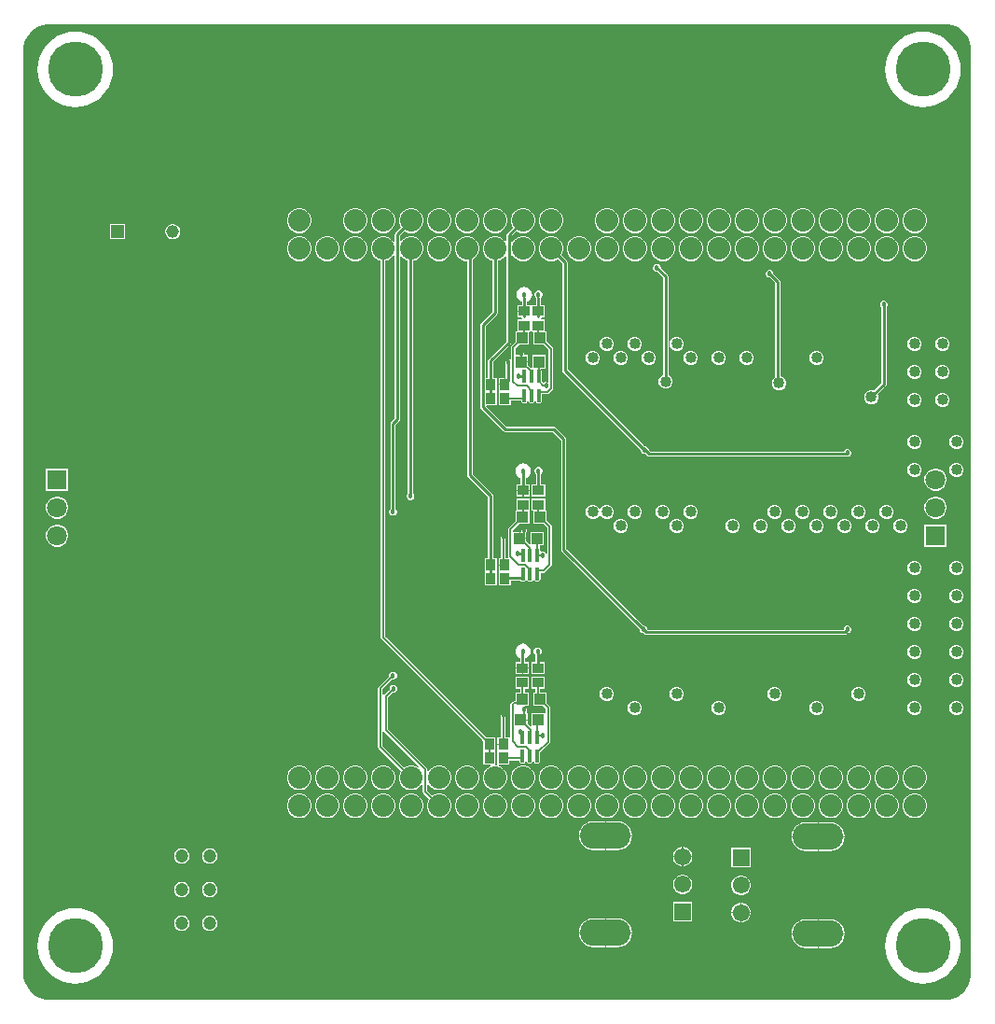
<source format=gbr>
G04*
G04 #@! TF.GenerationSoftware,Altium Limited,Altium Designer,23.6.0 (18)*
G04*
G04 Layer_Physical_Order=4*
G04 Layer_Color=16711680*
%FSLAX25Y25*%
%MOIN*%
G70*
G04*
G04 #@! TF.SameCoordinates,4C77A988-F8BE-4A75-A6A8-83DB4AFB9164*
G04*
G04*
G04 #@! TF.FilePolarity,Positive*
G04*
G01*
G75*
%ADD15C,0.01000*%
%ADD57R,0.04528X0.04528*%
%ADD58C,0.04528*%
%ADD59C,0.06102*%
%ADD60R,0.06102X0.06102*%
G04:AMPARAMS|DCode=61|XSize=94.49mil|YSize=181.1mil|CornerRadius=47.24mil|HoleSize=0mil|Usage=FLASHONLY|Rotation=270.000|XOffset=0mil|YOffset=0mil|HoleType=Round|Shape=RoundedRectangle|*
%AMROUNDEDRECTD61*
21,1,0.09449,0.08661,0,0,270.0*
21,1,0.00000,0.18110,0,0,270.0*
1,1,0.09449,-0.04331,0.00000*
1,1,0.09449,-0.04331,0.00000*
1,1,0.09449,0.04331,0.00000*
1,1,0.09449,0.04331,0.00000*
%
%ADD61ROUNDEDRECTD61*%
%ADD63R,0.08000X0.08000*%
%ADD64C,0.08000*%
%ADD66R,0.03937X0.03937*%
%ADD69R,0.03937X0.03543*%
%ADD70R,0.03543X0.03937*%
%ADD86C,0.00800*%
%ADD90C,0.07087*%
%ADD91R,0.07087X0.07087*%
%ADD92C,0.04724*%
%ADD93C,0.19685*%
%ADD94C,0.04000*%
%ADD95C,0.01800*%
G04:AMPARAMS|DCode=96|XSize=47.65mil|YSize=14.65mil|CornerRadius=7.33mil|HoleSize=0mil|Usage=FLASHONLY|Rotation=270.000|XOffset=0mil|YOffset=0mil|HoleType=Round|Shape=RoundedRectangle|*
%AMROUNDEDRECTD96*
21,1,0.04765,0.00000,0,0,270.0*
21,1,0.03300,0.01465,0,0,270.0*
1,1,0.01465,0.00000,-0.01650*
1,1,0.01465,0.00000,0.01650*
1,1,0.01465,0.00000,0.01650*
1,1,0.01465,0.00000,-0.01650*
%
%ADD96ROUNDEDRECTD96*%
%ADD97R,0.01465X0.04765*%
G36*
X313683Y328844D02*
X315356Y328151D01*
X316863Y327144D01*
X318144Y325863D01*
X319150Y324357D01*
X319844Y322683D01*
X320197Y320906D01*
Y320000D01*
Y-10000D01*
Y-10906D01*
X319844Y-12683D01*
X319150Y-14356D01*
X318144Y-15863D01*
X316863Y-17144D01*
X315356Y-18150D01*
X313683Y-18844D01*
X311906Y-19197D01*
X-10174D01*
X-11951Y-18844D01*
X-13625Y-18150D01*
X-15131Y-17144D01*
X-16412Y-15863D01*
X-17418Y-14356D01*
X-18112Y-12683D01*
X-18465Y-10906D01*
Y-10000D01*
Y320000D01*
Y320906D01*
X-18112Y322683D01*
X-17418Y324357D01*
X-16412Y325863D01*
X-15131Y327144D01*
X-13625Y328151D01*
X-11951Y328844D01*
X-10174Y329197D01*
X311906D01*
X313683Y328844D01*
D02*
G37*
%LPC*%
G36*
X303000Y326441D02*
X300897Y326276D01*
X298846Y325784D01*
X296898Y324976D01*
X295099Y323874D01*
X293495Y322504D01*
X292126Y320901D01*
X291024Y319102D01*
X290216Y317154D01*
X289724Y315103D01*
X289559Y313000D01*
X289724Y310897D01*
X290216Y308846D01*
X291024Y306898D01*
X292126Y305099D01*
X293495Y303496D01*
X295099Y302126D01*
X296898Y301024D01*
X298846Y300216D01*
X300897Y299724D01*
X303000Y299559D01*
X305103Y299724D01*
X307154Y300216D01*
X309102Y301024D01*
X310901Y302126D01*
X312505Y303496D01*
X313874Y305099D01*
X314976Y306898D01*
X315784Y308846D01*
X316276Y310897D01*
X316441Y313000D01*
X316276Y315103D01*
X315784Y317154D01*
X314976Y319102D01*
X313874Y320901D01*
X312505Y322504D01*
X310901Y323874D01*
X309102Y324976D01*
X307154Y325784D01*
X305103Y326276D01*
X303000Y326441D01*
D02*
G37*
G36*
X0D02*
X-2103Y326276D01*
X-4154Y325784D01*
X-6102Y324976D01*
X-7901Y323874D01*
X-9505Y322504D01*
X-10874Y320901D01*
X-11976Y319102D01*
X-12784Y317154D01*
X-13276Y315103D01*
X-13441Y313000D01*
X-13276Y310897D01*
X-12784Y308846D01*
X-11976Y306898D01*
X-10874Y305099D01*
X-9505Y303496D01*
X-7901Y302126D01*
X-6102Y301024D01*
X-4154Y300216D01*
X-2103Y299724D01*
X0Y299559D01*
X2103Y299724D01*
X4154Y300216D01*
X6102Y301024D01*
X7901Y302126D01*
X9505Y303496D01*
X10874Y305099D01*
X11976Y306898D01*
X12784Y308846D01*
X13276Y310897D01*
X13441Y313000D01*
X13276Y315103D01*
X12784Y317154D01*
X11976Y319102D01*
X10874Y320901D01*
X9505Y322504D01*
X7901Y323874D01*
X6102Y324976D01*
X4154Y325784D01*
X2103Y326276D01*
X0Y326441D01*
D02*
G37*
G36*
X280579Y263369D02*
X279421D01*
X278302Y263069D01*
X277298Y262489D01*
X276479Y261670D01*
X275900Y260667D01*
X275600Y259548D01*
Y258389D01*
X275900Y257270D01*
X276479Y256267D01*
X277298Y255448D01*
X278302Y254868D01*
X279421Y254569D01*
X280579D01*
X281698Y254868D01*
X282702Y255448D01*
X283521Y256267D01*
X284100Y257270D01*
X284400Y258389D01*
Y259548D01*
X284100Y260667D01*
X283521Y261670D01*
X282702Y262489D01*
X281698Y263069D01*
X280579Y263369D01*
D02*
G37*
G36*
X250579D02*
X249421D01*
X248302Y263069D01*
X247298Y262489D01*
X246479Y261670D01*
X245900Y260667D01*
X245600Y259548D01*
Y258389D01*
X245900Y257270D01*
X246479Y256267D01*
X247298Y255448D01*
X248302Y254868D01*
X249421Y254569D01*
X250579D01*
X251698Y254868D01*
X252702Y255448D01*
X253521Y256267D01*
X254100Y257270D01*
X254400Y258389D01*
Y259548D01*
X254100Y260667D01*
X253521Y261670D01*
X252702Y262489D01*
X251698Y263069D01*
X250579Y263369D01*
D02*
G37*
G36*
X240579D02*
X239421D01*
X238302Y263069D01*
X237298Y262489D01*
X236479Y261670D01*
X235900Y260667D01*
X235600Y259548D01*
Y258389D01*
X235900Y257270D01*
X236479Y256267D01*
X237298Y255448D01*
X238302Y254868D01*
X239421Y254569D01*
X240579D01*
X241698Y254868D01*
X242702Y255448D01*
X243521Y256267D01*
X244100Y257270D01*
X244400Y258389D01*
Y259548D01*
X244100Y260667D01*
X243521Y261670D01*
X242702Y262489D01*
X241698Y263069D01*
X240579Y263369D01*
D02*
G37*
G36*
X200579D02*
X199421D01*
X198302Y263069D01*
X197298Y262489D01*
X196479Y261670D01*
X195900Y260667D01*
X195600Y259548D01*
Y258389D01*
X195900Y257270D01*
X196479Y256267D01*
X197298Y255448D01*
X198302Y254868D01*
X199421Y254569D01*
X200579D01*
X201698Y254868D01*
X202702Y255448D01*
X203521Y256267D01*
X204100Y257270D01*
X204400Y258389D01*
Y259548D01*
X204100Y260667D01*
X203521Y261670D01*
X202702Y262489D01*
X201698Y263069D01*
X200579Y263369D01*
D02*
G37*
G36*
X190579D02*
X189421D01*
X188302Y263069D01*
X187298Y262489D01*
X186479Y261670D01*
X185900Y260667D01*
X185600Y259548D01*
Y258389D01*
X185900Y257270D01*
X186479Y256267D01*
X187298Y255448D01*
X188302Y254868D01*
X189421Y254569D01*
X190579D01*
X191698Y254868D01*
X192702Y255448D01*
X193521Y256267D01*
X194100Y257270D01*
X194400Y258389D01*
Y259548D01*
X194100Y260667D01*
X193521Y261670D01*
X192702Y262489D01*
X191698Y263069D01*
X190579Y263369D01*
D02*
G37*
G36*
X140579D02*
X139421D01*
X138302Y263069D01*
X137298Y262489D01*
X136479Y261670D01*
X135900Y260667D01*
X135600Y259548D01*
Y258389D01*
X135900Y257270D01*
X136479Y256267D01*
X137298Y255448D01*
X138302Y254868D01*
X139421Y254569D01*
X140579D01*
X141698Y254868D01*
X142702Y255448D01*
X143521Y256267D01*
X144100Y257270D01*
X144400Y258389D01*
Y259548D01*
X144100Y260667D01*
X143521Y261670D01*
X142702Y262489D01*
X141698Y263069D01*
X140579Y263369D01*
D02*
G37*
G36*
X110579D02*
X109421D01*
X108302Y263069D01*
X107298Y262489D01*
X106479Y261670D01*
X105900Y260667D01*
X105600Y259548D01*
Y258389D01*
X105900Y257270D01*
X106479Y256267D01*
X107298Y255448D01*
X108302Y254868D01*
X109421Y254569D01*
X110579D01*
X111698Y254868D01*
X112702Y255448D01*
X113521Y256267D01*
X114100Y257270D01*
X114400Y258389D01*
Y259548D01*
X114100Y260667D01*
X113521Y261670D01*
X112702Y262489D01*
X111698Y263069D01*
X110579Y263369D01*
D02*
G37*
G36*
X100579D02*
X99421D01*
X98302Y263069D01*
X97298Y262489D01*
X96479Y261670D01*
X95900Y260667D01*
X95600Y259548D01*
Y258389D01*
X95900Y257270D01*
X96479Y256267D01*
X97298Y255448D01*
X98302Y254868D01*
X99421Y254569D01*
X100579D01*
X101698Y254868D01*
X102702Y255448D01*
X103521Y256267D01*
X104100Y257270D01*
X104400Y258389D01*
Y259548D01*
X104100Y260667D01*
X103521Y261670D01*
X102702Y262489D01*
X101698Y263069D01*
X100579Y263369D01*
D02*
G37*
G36*
X300579Y263369D02*
X299421D01*
X298302Y263069D01*
X297298Y262489D01*
X296479Y261670D01*
X295900Y260667D01*
X295600Y259548D01*
Y258389D01*
X295900Y257270D01*
X296479Y256267D01*
X297298Y255448D01*
X298302Y254868D01*
X299421Y254569D01*
X300579D01*
X301698Y254868D01*
X302702Y255448D01*
X303521Y256267D01*
X304100Y257270D01*
X304400Y258389D01*
Y259548D01*
X304100Y260667D01*
X303521Y261670D01*
X302702Y262489D01*
X301698Y263069D01*
X300579Y263369D01*
D02*
G37*
G36*
X290579D02*
X289421D01*
X288302Y263069D01*
X287298Y262489D01*
X286479Y261670D01*
X285900Y260667D01*
X285600Y259548D01*
Y258389D01*
X285900Y257270D01*
X286479Y256267D01*
X287298Y255448D01*
X288302Y254868D01*
X289421Y254569D01*
X290579D01*
X291698Y254868D01*
X292702Y255448D01*
X293521Y256267D01*
X294100Y257270D01*
X294400Y258389D01*
Y259548D01*
X294100Y260667D01*
X293521Y261670D01*
X292702Y262489D01*
X291698Y263069D01*
X290579Y263369D01*
D02*
G37*
G36*
X270579D02*
X269421D01*
X268302Y263069D01*
X267298Y262489D01*
X266479Y261670D01*
X265900Y260667D01*
X265600Y259548D01*
Y258389D01*
X265900Y257270D01*
X266479Y256267D01*
X267298Y255448D01*
X268302Y254868D01*
X269421Y254569D01*
X270579D01*
X271698Y254868D01*
X272702Y255448D01*
X273521Y256267D01*
X274100Y257270D01*
X274400Y258389D01*
Y259548D01*
X274100Y260667D01*
X273521Y261670D01*
X272702Y262489D01*
X271698Y263069D01*
X270579Y263369D01*
D02*
G37*
G36*
X260579D02*
X259421D01*
X258302Y263069D01*
X257298Y262489D01*
X256479Y261670D01*
X255900Y260667D01*
X255600Y259548D01*
Y258389D01*
X255900Y257270D01*
X256479Y256267D01*
X257298Y255448D01*
X258302Y254868D01*
X259421Y254569D01*
X260579D01*
X261698Y254868D01*
X262702Y255448D01*
X263521Y256267D01*
X264100Y257270D01*
X264400Y258389D01*
Y259548D01*
X264100Y260667D01*
X263521Y261670D01*
X262702Y262489D01*
X261698Y263069D01*
X260579Y263369D01*
D02*
G37*
G36*
X230579D02*
X229421D01*
X228302Y263069D01*
X227298Y262489D01*
X226479Y261670D01*
X225900Y260667D01*
X225600Y259548D01*
Y258389D01*
X225900Y257270D01*
X226479Y256267D01*
X227298Y255448D01*
X228302Y254868D01*
X229421Y254569D01*
X230579D01*
X231698Y254868D01*
X232702Y255448D01*
X233521Y256267D01*
X234100Y257270D01*
X234400Y258389D01*
Y259548D01*
X234100Y260667D01*
X233521Y261670D01*
X232702Y262489D01*
X231698Y263069D01*
X230579Y263369D01*
D02*
G37*
G36*
X220579D02*
X219421D01*
X218302Y263069D01*
X217298Y262489D01*
X216479Y261670D01*
X215900Y260667D01*
X215600Y259548D01*
Y258389D01*
X215900Y257270D01*
X216479Y256267D01*
X217298Y255448D01*
X218302Y254868D01*
X219421Y254569D01*
X220579D01*
X221698Y254868D01*
X222702Y255448D01*
X223521Y256267D01*
X224100Y257270D01*
X224400Y258389D01*
Y259548D01*
X224100Y260667D01*
X223521Y261670D01*
X222702Y262489D01*
X221698Y263069D01*
X220579Y263369D01*
D02*
G37*
G36*
X210579D02*
X209421D01*
X208302Y263069D01*
X207298Y262489D01*
X206479Y261670D01*
X205900Y260667D01*
X205600Y259548D01*
Y258389D01*
X205900Y257270D01*
X206479Y256267D01*
X207298Y255448D01*
X208302Y254868D01*
X209421Y254569D01*
X210579D01*
X211698Y254868D01*
X212702Y255448D01*
X213521Y256267D01*
X214100Y257270D01*
X214400Y258389D01*
Y259548D01*
X214100Y260667D01*
X213521Y261670D01*
X212702Y262489D01*
X211698Y263069D01*
X210579Y263369D01*
D02*
G37*
G36*
X170579D02*
X169421D01*
X168302Y263069D01*
X167298Y262489D01*
X166479Y261670D01*
X165900Y260667D01*
X165600Y259548D01*
Y258389D01*
X165900Y257270D01*
X166479Y256267D01*
X167298Y255448D01*
X168302Y254868D01*
X169421Y254569D01*
X170579D01*
X171698Y254868D01*
X172702Y255448D01*
X173521Y256267D01*
X174100Y257270D01*
X174400Y258389D01*
Y259548D01*
X174100Y260667D01*
X173521Y261670D01*
X172702Y262489D01*
X171698Y263069D01*
X170579Y263369D01*
D02*
G37*
G36*
X160579D02*
X159421D01*
X158302Y263069D01*
X157298Y262489D01*
X156479Y261670D01*
X155900Y260667D01*
X155600Y259548D01*
Y258389D01*
X155900Y257270D01*
X156304Y256570D01*
X154251Y254517D01*
X154052Y254220D01*
X153982Y253869D01*
Y251794D01*
X153789Y251742D01*
X153482Y251709D01*
X152702Y252489D01*
X151698Y253069D01*
X150579Y253368D01*
X149421D01*
X148302Y253069D01*
X147298Y252489D01*
X146479Y251670D01*
X145900Y250667D01*
X145600Y249548D01*
Y248389D01*
X145900Y247270D01*
X146479Y246267D01*
X147298Y245448D01*
X148302Y244868D01*
X149082Y244659D01*
Y226380D01*
X145036Y222334D01*
X144837Y222036D01*
X144767Y221685D01*
Y192547D01*
X144837Y192196D01*
X145036Y191898D01*
X153083Y183851D01*
X153381Y183652D01*
X153732Y183582D01*
X170620D01*
X173639Y180564D01*
Y141503D01*
X173708Y141152D01*
X173907Y140854D01*
X201659Y113102D01*
Y112722D01*
X201872Y112207D01*
X202266Y111813D01*
X202781Y111600D01*
X203161D01*
X203410Y111351D01*
X203708Y111152D01*
X204059Y111082D01*
X275000D01*
X275351Y111152D01*
X275649Y111351D01*
X275898Y111600D01*
X276278D01*
X276793Y111813D01*
X277187Y112207D01*
X277400Y112722D01*
Y113278D01*
X277187Y113793D01*
X276793Y114187D01*
X276278Y114400D01*
X275722D01*
X275207Y114187D01*
X274813Y113793D01*
X274600Y113278D01*
Y112918D01*
X204459D01*
Y113278D01*
X204246Y113793D01*
X203852Y114187D01*
X203338Y114400D01*
X202957D01*
X175474Y141883D01*
Y180944D01*
X175404Y181295D01*
X175205Y181593D01*
X171649Y185149D01*
X171351Y185348D01*
X171000Y185418D01*
X154112D01*
X146898Y192631D01*
X147106Y193131D01*
X150613D01*
Y197869D01*
X150613D01*
Y198132D01*
X150613D01*
Y202869D01*
X149359D01*
Y208561D01*
X155549Y214751D01*
X155748Y215049D01*
X155818Y215400D01*
Y246413D01*
X156318Y246547D01*
X156479Y246267D01*
X157298Y245448D01*
X158302Y244868D01*
X159421Y244568D01*
X160579D01*
X161698Y244868D01*
X162702Y245448D01*
X163521Y246267D01*
X164100Y247270D01*
X164400Y248389D01*
Y249548D01*
X164100Y250667D01*
X163521Y251670D01*
X162702Y252489D01*
X161698Y253069D01*
X160579Y253368D01*
X159421D01*
X158302Y253069D01*
X157298Y252489D01*
X156479Y251670D01*
X156318Y251391D01*
X155818Y251524D01*
Y253488D01*
X157602Y255273D01*
X158302Y254868D01*
X159421Y254569D01*
X160579D01*
X161698Y254868D01*
X162702Y255448D01*
X163521Y256267D01*
X164100Y257270D01*
X164400Y258389D01*
Y259548D01*
X164100Y260667D01*
X163521Y261670D01*
X162702Y262489D01*
X161698Y263069D01*
X160579Y263369D01*
D02*
G37*
G36*
X150579D02*
X149421D01*
X148302Y263069D01*
X147298Y262489D01*
X146479Y261670D01*
X145900Y260667D01*
X145600Y259548D01*
Y258389D01*
X145900Y257270D01*
X146479Y256267D01*
X147298Y255448D01*
X148302Y254868D01*
X149421Y254569D01*
X150579D01*
X151698Y254868D01*
X152702Y255448D01*
X153521Y256267D01*
X154100Y257270D01*
X154400Y258389D01*
Y259548D01*
X154100Y260667D01*
X153521Y261670D01*
X152702Y262489D01*
X151698Y263069D01*
X150579Y263369D01*
D02*
G37*
G36*
X130579D02*
X129421D01*
X128302Y263069D01*
X127298Y262489D01*
X126479Y261670D01*
X125900Y260667D01*
X125600Y259548D01*
Y258389D01*
X125900Y257270D01*
X126479Y256267D01*
X127298Y255448D01*
X128302Y254868D01*
X129421Y254569D01*
X130579D01*
X131698Y254868D01*
X132702Y255448D01*
X133521Y256267D01*
X134100Y257270D01*
X134400Y258389D01*
Y259548D01*
X134100Y260667D01*
X133521Y261670D01*
X132702Y262489D01*
X131698Y263069D01*
X130579Y263369D01*
D02*
G37*
G36*
X120579D02*
X119421D01*
X118302Y263069D01*
X117298Y262489D01*
X116479Y261670D01*
X115900Y260667D01*
X115600Y259548D01*
Y258389D01*
X115900Y257270D01*
X116304Y256570D01*
X114451Y254717D01*
X114252Y254420D01*
X114182Y254068D01*
Y251524D01*
X113682Y251390D01*
X113521Y251670D01*
X112702Y252489D01*
X111698Y253069D01*
X110579Y253368D01*
X109421D01*
X108302Y253069D01*
X107298Y252489D01*
X106479Y251670D01*
X105900Y250667D01*
X105600Y249548D01*
Y248389D01*
X105900Y247270D01*
X106479Y246267D01*
X107298Y245448D01*
X108302Y244868D01*
X109184Y244632D01*
Y110169D01*
X109184Y110169D01*
X109246Y109857D01*
X109423Y109592D01*
X145769Y73247D01*
Y69663D01*
X145769D01*
Y69400D01*
X145769D01*
Y64663D01*
X148470D01*
X148536Y64163D01*
X148302Y64100D01*
X147298Y63521D01*
X146479Y62702D01*
X145900Y61698D01*
X145600Y60579D01*
Y59421D01*
X145900Y58302D01*
X146479Y57298D01*
X147298Y56479D01*
X148302Y55900D01*
X149421Y55600D01*
X150579D01*
X151698Y55900D01*
X152702Y56479D01*
X153521Y57298D01*
X154100Y58302D01*
X154400Y59421D01*
Y60579D01*
X154100Y61698D01*
X153521Y62702D01*
X152702Y63521D01*
X151698Y64100D01*
X151464Y64163D01*
X151530Y64663D01*
X155231D01*
Y66184D01*
X158638D01*
Y66133D01*
X158726Y65692D01*
X158976Y65317D01*
X159351Y65066D01*
X159793Y64979D01*
X160235Y65066D01*
X160609Y65317D01*
X160794Y65594D01*
X161020Y65639D01*
X161125Y65639D01*
X161350Y65594D01*
X161535Y65317D01*
X161910Y65066D01*
X162352Y64979D01*
X162794Y65066D01*
X163168Y65317D01*
X163354Y65594D01*
X163579Y65639D01*
X163684Y65639D01*
X163909Y65594D01*
X164094Y65317D01*
X164469Y65066D01*
X164911Y64979D01*
X165353Y65066D01*
X165727Y65317D01*
X165978Y65692D01*
X166066Y66133D01*
Y67323D01*
X166164Y67471D01*
X166226Y67783D01*
Y69095D01*
X169477Y72346D01*
X169477Y72346D01*
X169654Y72610D01*
X169716Y72922D01*
X169716Y72922D01*
Y85235D01*
X169716Y85235D01*
X169654Y85547D01*
X169477Y85812D01*
X169477Y85812D01*
X168370Y86918D01*
Y90502D01*
X166167D01*
Y91903D01*
X167720D01*
Y96246D01*
X162983D01*
Y91903D01*
X164536D01*
Y90502D01*
X163633D01*
Y85765D01*
X167216D01*
X168084Y84897D01*
Y83413D01*
X167870Y83002D01*
X163133D01*
X163133Y78641D01*
Y78620D01*
D01*
X163133Y78563D01*
X163037Y78523D01*
X162633Y78356D01*
X161571Y79418D01*
Y80433D01*
X159202D01*
Y80833D01*
X161571D01*
Y83002D01*
X161316D01*
Y84500D01*
X161254Y84812D01*
X161077Y85077D01*
X160812Y85254D01*
X160755Y85265D01*
X160805Y85765D01*
X162071D01*
Y90502D01*
X160667D01*
Y91903D01*
X162220D01*
Y96246D01*
X157483D01*
Y91903D01*
X159036D01*
Y90502D01*
X157334D01*
Y87584D01*
X156883Y87480D01*
X156571Y87418D01*
X156307Y87242D01*
X155656Y86591D01*
X155479Y86326D01*
X155417Y86014D01*
X155417Y86014D01*
Y74823D01*
X155231Y74400D01*
X154917Y74400D01*
X153816D01*
Y82500D01*
X153754Y82812D01*
X153577Y83077D01*
X153312Y83254D01*
X153000Y83316D01*
X152688Y83254D01*
X152423Y83077D01*
X152246Y82812D01*
X152184Y82500D01*
Y74400D01*
X150887D01*
Y72232D01*
X153059D01*
Y71832D01*
X150887D01*
Y69900D01*
X150887Y69663D01*
X150887Y69163D01*
Y64835D01*
X150655Y64507D01*
X150500Y64403D01*
X150113Y64663D01*
X150113Y64900D01*
Y69400D01*
X150113D01*
Y69663D01*
X150113D01*
Y74400D01*
X146923D01*
X110816Y110507D01*
Y244632D01*
X111698Y244868D01*
X112702Y245448D01*
X113521Y246267D01*
X113682Y246547D01*
X114182Y246413D01*
Y188480D01*
X112851Y187149D01*
X112652Y186851D01*
X112582Y186500D01*
Y156062D01*
X112313Y155793D01*
X112100Y155279D01*
Y154721D01*
X112313Y154207D01*
X112707Y153813D01*
X113222Y153600D01*
X113778D01*
X114293Y153813D01*
X114687Y154207D01*
X114900Y154721D01*
Y155279D01*
X114687Y155793D01*
X114418Y156062D01*
Y186120D01*
X115749Y187451D01*
X115948Y187749D01*
X116018Y188100D01*
Y246143D01*
X116211Y246195D01*
X116518Y246228D01*
X117298Y245448D01*
X118302Y244868D01*
X118861Y244719D01*
Y161662D01*
X118592Y161393D01*
X118378Y160879D01*
Y160321D01*
X118592Y159807D01*
X118985Y159413D01*
X119500Y159200D01*
X120057D01*
X120571Y159413D01*
X120965Y159807D01*
X121178Y160321D01*
Y160879D01*
X120965Y161393D01*
X120696Y161662D01*
Y244600D01*
X121698Y244868D01*
X122702Y245448D01*
X123521Y246267D01*
X124100Y247270D01*
X124400Y248389D01*
Y249548D01*
X124100Y250667D01*
X123521Y251670D01*
X122702Y252489D01*
X121698Y253069D01*
X120579Y253368D01*
X119421D01*
X118302Y253069D01*
X117298Y252489D01*
X116518Y251709D01*
X116211Y251742D01*
X116018Y251794D01*
Y253688D01*
X117602Y255273D01*
X118302Y254868D01*
X119421Y254569D01*
X120579D01*
X121698Y254868D01*
X122702Y255448D01*
X123521Y256267D01*
X124100Y257270D01*
X124400Y258389D01*
Y259548D01*
X124100Y260667D01*
X123521Y261670D01*
X122702Y262489D01*
X121698Y263069D01*
X120579Y263369D01*
D02*
G37*
G36*
X80579D02*
X79421D01*
X78302Y263069D01*
X77298Y262489D01*
X76479Y261670D01*
X75900Y260667D01*
X75600Y259548D01*
Y258389D01*
X75900Y257270D01*
X76479Y256267D01*
X77298Y255448D01*
X78302Y254868D01*
X79421Y254569D01*
X80579D01*
X81698Y254868D01*
X82702Y255448D01*
X83521Y256267D01*
X84100Y257270D01*
X84400Y258389D01*
Y259548D01*
X84100Y260667D01*
X83521Y261670D01*
X82702Y262489D01*
X81698Y263069D01*
X80579Y263369D01*
D02*
G37*
G36*
X35193Y257664D02*
X34492D01*
X33814Y257482D01*
X33207Y257132D01*
X32711Y256636D01*
X32360Y256028D01*
X32179Y255351D01*
Y254649D01*
X32360Y253972D01*
X32711Y253364D01*
X33207Y252868D01*
X33814Y252518D01*
X34492Y252336D01*
X35193D01*
X35871Y252518D01*
X36478Y252868D01*
X36974Y253364D01*
X37325Y253972D01*
X37506Y254649D01*
Y255351D01*
X37325Y256028D01*
X36974Y256636D01*
X36478Y257132D01*
X35871Y257482D01*
X35193Y257664D01*
D02*
G37*
G36*
X17821D02*
X12494D01*
Y252336D01*
X17821D01*
Y257664D01*
D02*
G37*
G36*
X300579Y253368D02*
X299421D01*
X298302Y253069D01*
X297298Y252489D01*
X296479Y251670D01*
X295900Y250667D01*
X295600Y249548D01*
Y248389D01*
X295900Y247270D01*
X296479Y246267D01*
X297298Y245448D01*
X298302Y244868D01*
X299421Y244568D01*
X300579D01*
X301698Y244868D01*
X302702Y245448D01*
X303521Y246267D01*
X304100Y247270D01*
X304400Y248389D01*
Y249548D01*
X304100Y250667D01*
X303521Y251670D01*
X302702Y252489D01*
X301698Y253069D01*
X300579Y253368D01*
D02*
G37*
G36*
X290579D02*
X289421D01*
X288302Y253069D01*
X287298Y252489D01*
X286479Y251670D01*
X285900Y250667D01*
X285600Y249548D01*
Y248389D01*
X285900Y247270D01*
X286479Y246267D01*
X287298Y245448D01*
X288302Y244868D01*
X289421Y244568D01*
X290579D01*
X291698Y244868D01*
X292702Y245448D01*
X293521Y246267D01*
X294100Y247270D01*
X294400Y248389D01*
Y249548D01*
X294100Y250667D01*
X293521Y251670D01*
X292702Y252489D01*
X291698Y253069D01*
X290579Y253368D01*
D02*
G37*
G36*
X280579D02*
X279421D01*
X278302Y253069D01*
X277298Y252489D01*
X276479Y251670D01*
X275900Y250667D01*
X275600Y249548D01*
Y248389D01*
X275900Y247270D01*
X276479Y246267D01*
X277298Y245448D01*
X278302Y244868D01*
X279421Y244568D01*
X280579D01*
X281698Y244868D01*
X282702Y245448D01*
X283521Y246267D01*
X284100Y247270D01*
X284400Y248389D01*
Y249548D01*
X284100Y250667D01*
X283521Y251670D01*
X282702Y252489D01*
X281698Y253069D01*
X280579Y253368D01*
D02*
G37*
G36*
X270579D02*
X269421D01*
X268302Y253069D01*
X267298Y252489D01*
X266479Y251670D01*
X265900Y250667D01*
X265600Y249548D01*
Y248389D01*
X265900Y247270D01*
X266479Y246267D01*
X267298Y245448D01*
X268302Y244868D01*
X269421Y244568D01*
X270579D01*
X271698Y244868D01*
X272702Y245448D01*
X273521Y246267D01*
X274100Y247270D01*
X274400Y248389D01*
Y249548D01*
X274100Y250667D01*
X273521Y251670D01*
X272702Y252489D01*
X271698Y253069D01*
X270579Y253368D01*
D02*
G37*
G36*
X260579D02*
X259421D01*
X258302Y253069D01*
X257298Y252489D01*
X256479Y251670D01*
X255900Y250667D01*
X255600Y249548D01*
Y248389D01*
X255900Y247270D01*
X256479Y246267D01*
X257298Y245448D01*
X258302Y244868D01*
X259421Y244568D01*
X260579D01*
X261698Y244868D01*
X262702Y245448D01*
X263521Y246267D01*
X264100Y247270D01*
X264400Y248389D01*
Y249548D01*
X264100Y250667D01*
X263521Y251670D01*
X262702Y252489D01*
X261698Y253069D01*
X260579Y253368D01*
D02*
G37*
G36*
X250579D02*
X249421D01*
X248302Y253069D01*
X247298Y252489D01*
X246479Y251670D01*
X245900Y250667D01*
X245600Y249548D01*
Y248389D01*
X245900Y247270D01*
X246479Y246267D01*
X247298Y245448D01*
X248302Y244868D01*
X249421Y244568D01*
X250579D01*
X251698Y244868D01*
X252702Y245448D01*
X253521Y246267D01*
X254100Y247270D01*
X254400Y248389D01*
Y249548D01*
X254100Y250667D01*
X253521Y251670D01*
X252702Y252489D01*
X251698Y253069D01*
X250579Y253368D01*
D02*
G37*
G36*
X240579D02*
X239421D01*
X238302Y253069D01*
X237298Y252489D01*
X236479Y251670D01*
X235900Y250667D01*
X235600Y249548D01*
Y248389D01*
X235900Y247270D01*
X236479Y246267D01*
X237298Y245448D01*
X238302Y244868D01*
X239421Y244568D01*
X240579D01*
X241698Y244868D01*
X242702Y245448D01*
X243521Y246267D01*
X244100Y247270D01*
X244400Y248389D01*
Y249548D01*
X244100Y250667D01*
X243521Y251670D01*
X242702Y252489D01*
X241698Y253069D01*
X240579Y253368D01*
D02*
G37*
G36*
X230579D02*
X229421D01*
X228302Y253069D01*
X227298Y252489D01*
X226479Y251670D01*
X225900Y250667D01*
X225600Y249548D01*
Y248389D01*
X225900Y247270D01*
X226479Y246267D01*
X227298Y245448D01*
X228302Y244868D01*
X229421Y244568D01*
X230579D01*
X231698Y244868D01*
X232702Y245448D01*
X233521Y246267D01*
X234100Y247270D01*
X234400Y248389D01*
Y249548D01*
X234100Y250667D01*
X233521Y251670D01*
X232702Y252489D01*
X231698Y253069D01*
X230579Y253368D01*
D02*
G37*
G36*
X220579D02*
X219421D01*
X218302Y253069D01*
X217298Y252489D01*
X216479Y251670D01*
X215900Y250667D01*
X215600Y249548D01*
Y248389D01*
X215900Y247270D01*
X216479Y246267D01*
X217298Y245448D01*
X218302Y244868D01*
X219421Y244568D01*
X220579D01*
X221698Y244868D01*
X222702Y245448D01*
X223521Y246267D01*
X224100Y247270D01*
X224400Y248389D01*
Y249548D01*
X224100Y250667D01*
X223521Y251670D01*
X222702Y252489D01*
X221698Y253069D01*
X220579Y253368D01*
D02*
G37*
G36*
X210579D02*
X209421D01*
X208302Y253069D01*
X207298Y252489D01*
X206479Y251670D01*
X205900Y250667D01*
X205600Y249548D01*
Y248389D01*
X205900Y247270D01*
X206479Y246267D01*
X207298Y245448D01*
X208302Y244868D01*
X209421Y244568D01*
X210579D01*
X211698Y244868D01*
X212702Y245448D01*
X213521Y246267D01*
X214100Y247270D01*
X214400Y248389D01*
Y249548D01*
X214100Y250667D01*
X213521Y251670D01*
X212702Y252489D01*
X211698Y253069D01*
X210579Y253368D01*
D02*
G37*
G36*
X200579D02*
X199421D01*
X198302Y253069D01*
X197298Y252489D01*
X196479Y251670D01*
X195900Y250667D01*
X195600Y249548D01*
Y248389D01*
X195900Y247270D01*
X196479Y246267D01*
X197298Y245448D01*
X198302Y244868D01*
X199421Y244568D01*
X200579D01*
X201698Y244868D01*
X202702Y245448D01*
X203521Y246267D01*
X204100Y247270D01*
X204400Y248389D01*
Y249548D01*
X204100Y250667D01*
X203521Y251670D01*
X202702Y252489D01*
X201698Y253069D01*
X200579Y253368D01*
D02*
G37*
G36*
X190579D02*
X189421D01*
X188302Y253069D01*
X187298Y252489D01*
X186479Y251670D01*
X185900Y250667D01*
X185600Y249548D01*
Y248389D01*
X185900Y247270D01*
X186479Y246267D01*
X187298Y245448D01*
X188302Y244868D01*
X189421Y244568D01*
X190579D01*
X191698Y244868D01*
X192702Y245448D01*
X193521Y246267D01*
X194100Y247270D01*
X194400Y248389D01*
Y249548D01*
X194100Y250667D01*
X193521Y251670D01*
X192702Y252489D01*
X191698Y253069D01*
X190579Y253368D01*
D02*
G37*
G36*
X180579D02*
X179421D01*
X178302Y253069D01*
X177298Y252489D01*
X176479Y251670D01*
X175900Y250667D01*
X175600Y249548D01*
Y248389D01*
X175900Y247270D01*
X176479Y246267D01*
X177298Y245448D01*
X178302Y244868D01*
X179421Y244568D01*
X180579D01*
X181698Y244868D01*
X182702Y245448D01*
X183521Y246267D01*
X184100Y247270D01*
X184400Y248389D01*
Y249548D01*
X184100Y250667D01*
X183521Y251670D01*
X182702Y252489D01*
X181698Y253069D01*
X180579Y253368D01*
D02*
G37*
G36*
X130579D02*
X129421D01*
X128302Y253069D01*
X127298Y252489D01*
X126479Y251670D01*
X125900Y250667D01*
X125600Y249548D01*
Y248389D01*
X125900Y247270D01*
X126479Y246267D01*
X127298Y245448D01*
X128302Y244868D01*
X129421Y244568D01*
X130579D01*
X131698Y244868D01*
X132702Y245448D01*
X133521Y246267D01*
X134100Y247270D01*
X134400Y248389D01*
Y249548D01*
X134100Y250667D01*
X133521Y251670D01*
X132702Y252489D01*
X131698Y253069D01*
X130579Y253368D01*
D02*
G37*
G36*
X100579D02*
X99421D01*
X98302Y253069D01*
X97298Y252489D01*
X96479Y251670D01*
X95900Y250667D01*
X95600Y249548D01*
Y248389D01*
X95900Y247270D01*
X96479Y246267D01*
X97298Y245448D01*
X98302Y244868D01*
X99421Y244568D01*
X100579D01*
X101698Y244868D01*
X102702Y245448D01*
X103521Y246267D01*
X104100Y247270D01*
X104400Y248389D01*
Y249548D01*
X104100Y250667D01*
X103521Y251670D01*
X102702Y252489D01*
X101698Y253069D01*
X100579Y253368D01*
D02*
G37*
G36*
X90579D02*
X89421D01*
X88302Y253069D01*
X87298Y252489D01*
X86479Y251670D01*
X85900Y250667D01*
X85600Y249548D01*
Y248389D01*
X85900Y247270D01*
X86479Y246267D01*
X87298Y245448D01*
X88302Y244868D01*
X89421Y244568D01*
X90579D01*
X91698Y244868D01*
X92702Y245448D01*
X93521Y246267D01*
X94100Y247270D01*
X94400Y248389D01*
Y249548D01*
X94100Y250667D01*
X93521Y251670D01*
X92702Y252489D01*
X91698Y253069D01*
X90579Y253368D01*
D02*
G37*
G36*
X80579D02*
X79421D01*
X78302Y253069D01*
X77298Y252489D01*
X76479Y251670D01*
X75900Y250667D01*
X75600Y249548D01*
Y248389D01*
X75900Y247270D01*
X76479Y246267D01*
X77298Y245448D01*
X78302Y244868D01*
X79421Y244568D01*
X80579D01*
X81698Y244868D01*
X82702Y245448D01*
X83521Y246267D01*
X84100Y247270D01*
X84400Y248389D01*
Y249548D01*
X84100Y250667D01*
X83521Y251670D01*
X82702Y252489D01*
X81698Y253069D01*
X80579Y253368D01*
D02*
G37*
G36*
X310497Y217500D02*
X309503D01*
X308584Y217119D01*
X307881Y216416D01*
X307500Y215497D01*
Y214503D01*
X307881Y213584D01*
X308584Y212881D01*
X309503Y212500D01*
X310497D01*
X311416Y212881D01*
X312119Y213584D01*
X312500Y214503D01*
Y215497D01*
X312119Y216416D01*
X311416Y217119D01*
X310497Y217500D01*
D02*
G37*
G36*
X300497D02*
X299503D01*
X298584Y217119D01*
X297881Y216416D01*
X297500Y215497D01*
Y214503D01*
X297881Y213584D01*
X298584Y212881D01*
X299503Y212500D01*
X300497D01*
X301416Y212881D01*
X302119Y213584D01*
X302500Y214503D01*
Y215497D01*
X302119Y216416D01*
X301416Y217119D01*
X300497Y217500D01*
D02*
G37*
G36*
X215497D02*
X214503D01*
X213584Y217119D01*
X212881Y216416D01*
X212500Y215497D01*
Y214503D01*
X212881Y213584D01*
X213584Y212881D01*
X214503Y212500D01*
X215497D01*
X216416Y212881D01*
X217119Y213584D01*
X217500Y214503D01*
Y215497D01*
X217119Y216416D01*
X216416Y217119D01*
X215497Y217500D01*
D02*
G37*
G36*
X200497D02*
X199503D01*
X198584Y217119D01*
X197881Y216416D01*
X197500Y215497D01*
Y214503D01*
X197881Y213584D01*
X198584Y212881D01*
X199503Y212500D01*
X200497D01*
X201416Y212881D01*
X202119Y213584D01*
X202500Y214503D01*
Y215497D01*
X202119Y216416D01*
X201416Y217119D01*
X200497Y217500D01*
D02*
G37*
G36*
X190497D02*
X189503D01*
X188584Y217119D01*
X187881Y216416D01*
X187500Y215497D01*
Y214503D01*
X187881Y213584D01*
X188584Y212881D01*
X189503Y212500D01*
X190497D01*
X191416Y212881D01*
X192119Y213584D01*
X192500Y214503D01*
Y215497D01*
X192119Y216416D01*
X191416Y217119D01*
X190497Y217500D01*
D02*
G37*
G36*
X160525Y235313D02*
X159819Y235220D01*
X159162Y234948D01*
X158597Y234515D01*
X158164Y233950D01*
X157892Y233293D01*
X157799Y232587D01*
X157892Y231882D01*
X158164Y231224D01*
X158597Y230660D01*
X159162Y230226D01*
X159607Y230042D01*
Y228778D01*
X158132D01*
Y226806D01*
X160500D01*
Y226406D01*
X158132D01*
Y224435D01*
X159424D01*
X159611Y224146D01*
X159356Y223660D01*
X158132D01*
Y219369D01*
X157482D01*
Y215785D01*
X155923Y214226D01*
X155746Y213962D01*
X155684Y213650D01*
X155684Y213650D01*
Y209480D01*
X155681Y209477D01*
X155184Y209259D01*
X155051Y209348D01*
X154700Y209418D01*
X154349Y209348D01*
X154051Y209149D01*
X153852Y208851D01*
X153782Y208500D01*
Y202869D01*
X153759D01*
Y200500D01*
X153559D01*
Y200300D01*
X151387D01*
Y198132D01*
X151387D01*
Y197869D01*
X151387D01*
Y193131D01*
X155731D01*
Y194684D01*
X159361D01*
X159399Y194495D01*
X159649Y194121D01*
X160024Y193870D01*
X160466Y193783D01*
X160908Y193870D01*
X161282Y194121D01*
X161468Y194398D01*
X161693Y194443D01*
X161797D01*
X162023Y194398D01*
X162208Y194121D01*
X162583Y193870D01*
X163025Y193783D01*
X163467Y193870D01*
X163841Y194121D01*
X164026Y194398D01*
X164252Y194443D01*
X164357D01*
X164582Y194398D01*
X164767Y194121D01*
X165142Y193870D01*
X165584Y193783D01*
X166026Y193870D01*
X166400Y194121D01*
X166651Y194495D01*
X166738Y194937D01*
Y197021D01*
X168687D01*
X168687Y197021D01*
X168999Y197084D01*
X169264Y197260D01*
X170618Y198615D01*
X170618Y198615D01*
X170795Y198880D01*
X170857Y199192D01*
Y213108D01*
X170857Y213108D01*
X170795Y213420D01*
X170618Y213685D01*
X170618Y213685D01*
X168518Y215785D01*
Y219369D01*
X167868D01*
Y223660D01*
X166694D01*
X166438Y224146D01*
X166625Y224435D01*
X167868D01*
Y228778D01*
X166442D01*
Y231525D01*
X166712Y231794D01*
X166925Y232309D01*
Y232866D01*
X166712Y233380D01*
X166318Y233774D01*
X165803Y233987D01*
X165246D01*
X164732Y233774D01*
X164338Y233380D01*
X164125Y232866D01*
Y232309D01*
X164338Y231794D01*
X164607Y231525D01*
Y229132D01*
X164254Y228778D01*
X163000Y228778D01*
X162631Y228778D01*
X161442D01*
Y230042D01*
X161888Y230226D01*
X162452Y230660D01*
X162886Y231224D01*
X163158Y231882D01*
X163251Y232587D01*
X163158Y233293D01*
X162886Y233950D01*
X162452Y234515D01*
X161888Y234948D01*
X161230Y235220D01*
X160525Y235313D01*
D02*
G37*
G36*
X265497Y212500D02*
X264503D01*
X263584Y212119D01*
X262881Y211416D01*
X262500Y210497D01*
Y209503D01*
X262881Y208584D01*
X263584Y207881D01*
X264503Y207500D01*
X265497D01*
X266416Y207881D01*
X267119Y208584D01*
X267500Y209503D01*
Y210497D01*
X267119Y211416D01*
X266416Y212119D01*
X265497Y212500D01*
D02*
G37*
G36*
X240497D02*
X239503D01*
X238584Y212119D01*
X237881Y211416D01*
X237500Y210497D01*
Y209503D01*
X237881Y208584D01*
X238584Y207881D01*
X239503Y207500D01*
X240497D01*
X241416Y207881D01*
X242119Y208584D01*
X242500Y209503D01*
Y210497D01*
X242119Y211416D01*
X241416Y212119D01*
X240497Y212500D01*
D02*
G37*
G36*
X230497D02*
X229503D01*
X228584Y212119D01*
X227881Y211416D01*
X227500Y210497D01*
Y209503D01*
X227881Y208584D01*
X228584Y207881D01*
X229503Y207500D01*
X230497D01*
X231416Y207881D01*
X232119Y208584D01*
X232500Y209503D01*
Y210497D01*
X232119Y211416D01*
X231416Y212119D01*
X230497Y212500D01*
D02*
G37*
G36*
X220497D02*
X219503D01*
X218584Y212119D01*
X217881Y211416D01*
X217500Y210497D01*
Y209503D01*
X217881Y208584D01*
X218584Y207881D01*
X219503Y207500D01*
X220497D01*
X221416Y207881D01*
X222119Y208584D01*
X222500Y209503D01*
Y210497D01*
X222119Y211416D01*
X221416Y212119D01*
X220497Y212500D01*
D02*
G37*
G36*
X205497D02*
X204503D01*
X203584Y212119D01*
X202881Y211416D01*
X202500Y210497D01*
Y209503D01*
X202881Y208584D01*
X203584Y207881D01*
X204503Y207500D01*
X205497D01*
X206416Y207881D01*
X207119Y208584D01*
X207500Y209503D01*
Y210497D01*
X207119Y211416D01*
X206416Y212119D01*
X205497Y212500D01*
D02*
G37*
G36*
X195497D02*
X194503D01*
X193584Y212119D01*
X192881Y211416D01*
X192500Y210497D01*
Y209503D01*
X192881Y208584D01*
X193584Y207881D01*
X194503Y207500D01*
X195497D01*
X196416Y207881D01*
X197119Y208584D01*
X197500Y209503D01*
Y210497D01*
X197119Y211416D01*
X196416Y212119D01*
X195497Y212500D01*
D02*
G37*
G36*
X185497D02*
X184503D01*
X183584Y212119D01*
X182881Y211416D01*
X182500Y210497D01*
Y209503D01*
X182881Y208584D01*
X183584Y207881D01*
X184503Y207500D01*
X185497D01*
X186416Y207881D01*
X187119Y208584D01*
X187500Y209503D01*
Y210497D01*
X187119Y211416D01*
X186416Y212119D01*
X185497Y212500D01*
D02*
G37*
G36*
X310497Y207500D02*
X309503D01*
X308584Y207119D01*
X307881Y206416D01*
X307500Y205497D01*
Y204503D01*
X307881Y203584D01*
X308584Y202881D01*
X309503Y202500D01*
X310497D01*
X311416Y202881D01*
X312119Y203584D01*
X312500Y204503D01*
Y205497D01*
X312119Y206416D01*
X311416Y207119D01*
X310497Y207500D01*
D02*
G37*
G36*
X300497D02*
X299503D01*
X298584Y207119D01*
X297881Y206416D01*
X297500Y205497D01*
Y204503D01*
X297881Y203584D01*
X298584Y202881D01*
X299503Y202500D01*
X300497D01*
X301416Y202881D01*
X302119Y203584D01*
X302500Y204503D01*
Y205497D01*
X302119Y206416D01*
X301416Y207119D01*
X300497Y207500D01*
D02*
G37*
G36*
X153359Y202869D02*
X151387D01*
Y200700D01*
X153359D01*
Y202869D01*
D02*
G37*
G36*
X208146Y243479D02*
X207589D01*
X207074Y243266D01*
X206680Y242872D01*
X206467Y242358D01*
Y241801D01*
X206680Y241286D01*
X207074Y240893D01*
X207589Y240679D01*
X207970D01*
X210082Y238566D01*
Y203826D01*
X209584Y203619D01*
X208881Y202916D01*
X208500Y201997D01*
Y201003D01*
X208881Y200084D01*
X209584Y199381D01*
X210503Y199000D01*
X211497D01*
X212416Y199381D01*
X213119Y200084D01*
X213500Y201003D01*
Y201997D01*
X213119Y202916D01*
X212416Y203619D01*
X211918Y203826D01*
Y238947D01*
X211848Y239298D01*
X211649Y239596D01*
X209267Y241977D01*
Y242358D01*
X209054Y242872D01*
X208660Y243266D01*
X208146Y243479D01*
D02*
G37*
G36*
X248428Y241400D02*
X247871D01*
X247357Y241187D01*
X246963Y240793D01*
X246750Y240279D01*
Y239721D01*
X246963Y239207D01*
X247357Y238813D01*
X247871Y238600D01*
X248252D01*
X250232Y236620D01*
Y203181D01*
X250084Y203119D01*
X249381Y202416D01*
X249000Y201497D01*
Y200503D01*
X249381Y199584D01*
X250084Y198881D01*
X251003Y198500D01*
X251997D01*
X252916Y198881D01*
X253619Y199584D01*
X254000Y200503D01*
Y201497D01*
X253619Y202416D01*
X252916Y203119D01*
X252068Y203471D01*
Y237000D01*
X251998Y237351D01*
X251799Y237649D01*
X249550Y239898D01*
Y240279D01*
X249337Y240793D01*
X248943Y241187D01*
X248428Y241400D01*
D02*
G37*
G36*
X289279Y230459D02*
X288721D01*
X288207Y230246D01*
X287813Y229852D01*
X287600Y229338D01*
Y228781D01*
X287813Y228266D01*
X288082Y227997D01*
Y200880D01*
X285496Y198293D01*
X284997Y198500D01*
X284003D01*
X283084Y198119D01*
X282381Y197416D01*
X282000Y196497D01*
Y195503D01*
X282381Y194584D01*
X283084Y193881D01*
X284003Y193500D01*
X284997D01*
X285916Y193881D01*
X286619Y194584D01*
X287000Y195503D01*
Y196497D01*
X286793Y196996D01*
X289649Y199851D01*
X289848Y200149D01*
X289918Y200500D01*
Y227997D01*
X290187Y228266D01*
X290400Y228781D01*
Y229338D01*
X290187Y229852D01*
X289793Y230246D01*
X289279Y230459D01*
D02*
G37*
G36*
X310497Y197500D02*
X309503D01*
X308584Y197119D01*
X307881Y196416D01*
X307500Y195497D01*
Y194503D01*
X307881Y193584D01*
X308584Y192881D01*
X309503Y192500D01*
X310497D01*
X311416Y192881D01*
X312119Y193584D01*
X312500Y194503D01*
Y195497D01*
X312119Y196416D01*
X311416Y197119D01*
X310497Y197500D01*
D02*
G37*
G36*
X300497D02*
X299503D01*
X298584Y197119D01*
X297881Y196416D01*
X297500Y195497D01*
Y194503D01*
X297881Y193584D01*
X298584Y192881D01*
X299503Y192500D01*
X300497D01*
X301416Y192881D01*
X302119Y193584D01*
X302500Y194503D01*
Y195497D01*
X302119Y196416D01*
X301416Y197119D01*
X300497Y197500D01*
D02*
G37*
G36*
X315497Y182500D02*
X314503D01*
X313584Y182119D01*
X312881Y181416D01*
X312500Y180497D01*
Y179503D01*
X312881Y178584D01*
X313584Y177881D01*
X314503Y177500D01*
X315497D01*
X316416Y177881D01*
X317119Y178584D01*
X317500Y179503D01*
Y180497D01*
X317119Y181416D01*
X316416Y182119D01*
X315497Y182500D01*
D02*
G37*
G36*
X300497D02*
X299503D01*
X298584Y182119D01*
X297881Y181416D01*
X297500Y180497D01*
Y179503D01*
X297881Y178584D01*
X298584Y177881D01*
X299503Y177500D01*
X300497D01*
X301416Y177881D01*
X302119Y178584D01*
X302500Y179503D01*
Y180497D01*
X302119Y181416D01*
X301416Y182119D01*
X300497Y182500D01*
D02*
G37*
G36*
X170579Y253368D02*
X169421D01*
X168302Y253069D01*
X167298Y252489D01*
X166479Y251670D01*
X165900Y250667D01*
X165600Y249548D01*
Y248389D01*
X165900Y247270D01*
X166479Y246267D01*
X167298Y245448D01*
X168302Y244868D01*
X169421Y244568D01*
X170579D01*
X171698Y244868D01*
X172398Y245272D01*
X174082Y243588D01*
Y205559D01*
X174152Y205208D01*
X174351Y204910D01*
X202159Y177102D01*
Y176722D01*
X202372Y176207D01*
X202766Y175813D01*
X203281Y175600D01*
X203837D01*
X203866Y175612D01*
X204527Y174951D01*
X204824Y174752D01*
X205175Y174682D01*
X275325D01*
X275418Y174701D01*
X275662Y174600D01*
X276219D01*
X276734Y174813D01*
X277128Y175207D01*
X277341Y175722D01*
Y176278D01*
X277128Y176793D01*
X276734Y177187D01*
X276219Y177400D01*
X275662D01*
X275148Y177187D01*
X274754Y176793D01*
X274640Y176518D01*
X205556D01*
X204959Y177114D01*
Y177278D01*
X204746Y177793D01*
X204352Y178187D01*
X203837Y178400D01*
X203457D01*
X175918Y205939D01*
Y243969D01*
X175848Y244320D01*
X175649Y244617D01*
X173696Y246570D01*
X174100Y247270D01*
X174400Y248389D01*
Y249548D01*
X174100Y250667D01*
X173521Y251670D01*
X172702Y252489D01*
X171698Y253069D01*
X170579Y253368D01*
D02*
G37*
G36*
X315497Y172500D02*
X314503D01*
X313584Y172119D01*
X312881Y171416D01*
X312500Y170497D01*
Y169503D01*
X312881Y168584D01*
X313584Y167881D01*
X314503Y167500D01*
X315497D01*
X316416Y167881D01*
X317119Y168584D01*
X317500Y169503D01*
Y170497D01*
X317119Y171416D01*
X316416Y172119D01*
X315497Y172500D01*
D02*
G37*
G36*
X300497D02*
X299503D01*
X298584Y172119D01*
X297881Y171416D01*
X297500Y170497D01*
Y169503D01*
X297881Y168584D01*
X298584Y167881D01*
X299503Y167500D01*
X300497D01*
X301416Y167881D01*
X302119Y168584D01*
X302500Y169503D01*
Y170497D01*
X302119Y171416D01*
X301416Y172119D01*
X300497Y172500D01*
D02*
G37*
G36*
X160025Y172313D02*
X159319Y172220D01*
X158662Y171948D01*
X158097Y171515D01*
X157664Y170950D01*
X157392Y170293D01*
X157299Y169587D01*
X157392Y168882D01*
X157664Y168224D01*
X158097Y167660D01*
X158662Y167226D01*
X159107Y167042D01*
Y164818D01*
X157688D01*
Y162846D01*
X162425D01*
Y164818D01*
X160942D01*
Y167042D01*
X161388Y167226D01*
X161952Y167660D01*
X162386Y168224D01*
X162658Y168882D01*
X162751Y169587D01*
X162658Y170293D01*
X162386Y170950D01*
X161952Y171515D01*
X161388Y171948D01*
X160730Y172220D01*
X160025Y172313D01*
D02*
G37*
G36*
X308019Y170443D02*
X306981D01*
X305978Y170175D01*
X305079Y169655D01*
X304345Y168921D01*
X303825Y168022D01*
X303557Y167019D01*
Y165981D01*
X303825Y164978D01*
X304345Y164079D01*
X305079Y163345D01*
X305978Y162825D01*
X306981Y162557D01*
X308019D01*
X309022Y162825D01*
X309921Y163345D01*
X310655Y164079D01*
X311175Y164978D01*
X311443Y165981D01*
Y167019D01*
X311175Y168022D01*
X310655Y168921D01*
X309921Y169655D01*
X309022Y170175D01*
X308019Y170443D01*
D02*
G37*
G36*
X-2557D02*
X-10443D01*
Y162557D01*
X-2557D01*
Y170443D01*
D02*
G37*
G36*
X165803Y170987D02*
X165246D01*
X164732Y170774D01*
X164338Y170380D01*
X164125Y169866D01*
Y169309D01*
X164338Y168794D01*
X164607Y168525D01*
Y164818D01*
X163188D01*
Y160475D01*
X167925D01*
Y164818D01*
X166442D01*
Y168525D01*
X166712Y168794D01*
X166925Y169309D01*
Y169866D01*
X166712Y170380D01*
X166318Y170774D01*
X165803Y170987D01*
D02*
G37*
G36*
X162425Y162446D02*
X160256D01*
Y160475D01*
X162425D01*
Y162446D01*
D02*
G37*
G36*
X159856D02*
X157688D01*
Y160475D01*
X159856D01*
Y162446D01*
D02*
G37*
G36*
X190497Y157500D02*
X189503D01*
X188584Y157119D01*
X187881Y156416D01*
X187750Y156101D01*
X187250D01*
X187119Y156416D01*
X186416Y157119D01*
X185497Y157500D01*
X184503D01*
X183584Y157119D01*
X182881Y156416D01*
X182500Y155497D01*
Y154503D01*
X182881Y153584D01*
X183584Y152881D01*
X184503Y152500D01*
X185497D01*
X186416Y152881D01*
X187119Y153584D01*
X187250Y153899D01*
X187750D01*
X187881Y153584D01*
X188584Y152881D01*
X189503Y152500D01*
X190497D01*
X191416Y152881D01*
X192119Y153584D01*
X192500Y154503D01*
Y155497D01*
X192119Y156416D01*
X191416Y157119D01*
X190497Y157500D01*
D02*
G37*
G36*
X308019Y160443D02*
X306981D01*
X305978Y160175D01*
X305079Y159655D01*
X304345Y158921D01*
X303825Y158022D01*
X303557Y157019D01*
Y155981D01*
X303825Y154978D01*
X304345Y154079D01*
X305079Y153345D01*
X305978Y152825D01*
X306981Y152557D01*
X308019D01*
X309022Y152825D01*
X309921Y153345D01*
X310655Y154079D01*
X311175Y154978D01*
X311443Y155981D01*
Y157019D01*
X311175Y158022D01*
X310655Y158921D01*
X309921Y159655D01*
X309022Y160175D01*
X308019Y160443D01*
D02*
G37*
G36*
X-5981D02*
X-7019D01*
X-8022Y160175D01*
X-8921Y159655D01*
X-9655Y158921D01*
X-10175Y158022D01*
X-10443Y157019D01*
Y155981D01*
X-10175Y154978D01*
X-9655Y154079D01*
X-8921Y153345D01*
X-8022Y152825D01*
X-7019Y152557D01*
X-5981D01*
X-4978Y152825D01*
X-4079Y153345D01*
X-3345Y154079D01*
X-2825Y154978D01*
X-2557Y155981D01*
Y157019D01*
X-2825Y158022D01*
X-3345Y158921D01*
X-4079Y159655D01*
X-4978Y160175D01*
X-5981Y160443D01*
D02*
G37*
G36*
X290497Y157500D02*
X289503D01*
X288584Y157119D01*
X287881Y156416D01*
X287500Y155497D01*
Y154503D01*
X287881Y153584D01*
X288584Y152881D01*
X289503Y152500D01*
X290497D01*
X291416Y152881D01*
X292119Y153584D01*
X292500Y154503D01*
Y155497D01*
X292119Y156416D01*
X291416Y157119D01*
X290497Y157500D01*
D02*
G37*
G36*
X280497D02*
X279503D01*
X278584Y157119D01*
X277881Y156416D01*
X277500Y155497D01*
Y154503D01*
X277881Y153584D01*
X278584Y152881D01*
X279503Y152500D01*
X280497D01*
X281416Y152881D01*
X282119Y153584D01*
X282500Y154503D01*
Y155497D01*
X282119Y156416D01*
X281416Y157119D01*
X280497Y157500D01*
D02*
G37*
G36*
X270497D02*
X269503D01*
X268584Y157119D01*
X267881Y156416D01*
X267500Y155497D01*
Y154503D01*
X267881Y153584D01*
X268584Y152881D01*
X269503Y152500D01*
X270497D01*
X271416Y152881D01*
X272119Y153584D01*
X272500Y154503D01*
Y155497D01*
X272119Y156416D01*
X271416Y157119D01*
X270497Y157500D01*
D02*
G37*
G36*
X260497D02*
X259503D01*
X258584Y157119D01*
X257881Y156416D01*
X257500Y155497D01*
Y154503D01*
X257881Y153584D01*
X258584Y152881D01*
X259503Y152500D01*
X260497D01*
X261416Y152881D01*
X262119Y153584D01*
X262500Y154503D01*
Y155497D01*
X262119Y156416D01*
X261416Y157119D01*
X260497Y157500D01*
D02*
G37*
G36*
X250497D02*
X249503D01*
X248584Y157119D01*
X247881Y156416D01*
X247500Y155497D01*
Y154503D01*
X247881Y153584D01*
X248584Y152881D01*
X249503Y152500D01*
X250497D01*
X251416Y152881D01*
X252119Y153584D01*
X252500Y154503D01*
Y155497D01*
X252119Y156416D01*
X251416Y157119D01*
X250497Y157500D01*
D02*
G37*
G36*
X220497D02*
X219503D01*
X218584Y157119D01*
X217881Y156416D01*
X217500Y155497D01*
Y154503D01*
X217881Y153584D01*
X218584Y152881D01*
X219503Y152500D01*
X220497D01*
X221416Y152881D01*
X222119Y153584D01*
X222500Y154503D01*
Y155497D01*
X222119Y156416D01*
X221416Y157119D01*
X220497Y157500D01*
D02*
G37*
G36*
X210497D02*
X209503D01*
X208584Y157119D01*
X207881Y156416D01*
X207500Y155497D01*
Y154503D01*
X207881Y153584D01*
X208584Y152881D01*
X209503Y152500D01*
X210497D01*
X211416Y152881D01*
X212119Y153584D01*
X212500Y154503D01*
Y155497D01*
X212119Y156416D01*
X211416Y157119D01*
X210497Y157500D01*
D02*
G37*
G36*
X200497D02*
X199503D01*
X198584Y157119D01*
X197881Y156416D01*
X197500Y155497D01*
Y154503D01*
X197881Y153584D01*
X198584Y152881D01*
X199503Y152500D01*
X200497D01*
X201416Y152881D01*
X202119Y153584D01*
X202500Y154503D01*
Y155497D01*
X202119Y156416D01*
X201416Y157119D01*
X200497Y157500D01*
D02*
G37*
G36*
X160500Y149316D02*
X160188Y149254D01*
X159923Y149077D01*
X159746Y148812D01*
X159711Y148632D01*
X159565Y148415D01*
X159503Y148102D01*
X159104Y147869D01*
X159050D01*
Y145700D01*
X161219D01*
Y147869D01*
X161219Y147869D01*
X161237Y147947D01*
X161254Y147971D01*
X161316Y148283D01*
X161316Y148284D01*
X161316Y148328D01*
Y148500D01*
X161254Y148812D01*
X161077Y149077D01*
X160812Y149254D01*
X160500Y149316D01*
D02*
G37*
G36*
X295497Y152500D02*
X294503D01*
X293584Y152119D01*
X292881Y151416D01*
X292500Y150497D01*
Y149503D01*
X292881Y148584D01*
X293584Y147881D01*
X294503Y147500D01*
X295497D01*
X296416Y147881D01*
X297119Y148584D01*
X297500Y149503D01*
Y150497D01*
X297119Y151416D01*
X296416Y152119D01*
X295497Y152500D01*
D02*
G37*
G36*
X285497D02*
X284503D01*
X283584Y152119D01*
X282881Y151416D01*
X282500Y150497D01*
Y149503D01*
X282881Y148584D01*
X283584Y147881D01*
X284503Y147500D01*
X285497D01*
X286416Y147881D01*
X287119Y148584D01*
X287500Y149503D01*
Y150497D01*
X287119Y151416D01*
X286416Y152119D01*
X285497Y152500D01*
D02*
G37*
G36*
X275497D02*
X274503D01*
X273584Y152119D01*
X272881Y151416D01*
X272500Y150497D01*
Y149503D01*
X272881Y148584D01*
X273584Y147881D01*
X274503Y147500D01*
X275497D01*
X276416Y147881D01*
X277119Y148584D01*
X277500Y149503D01*
Y150497D01*
X277119Y151416D01*
X276416Y152119D01*
X275497Y152500D01*
D02*
G37*
G36*
X265497D02*
X264503D01*
X263584Y152119D01*
X262881Y151416D01*
X262500Y150497D01*
Y149503D01*
X262881Y148584D01*
X263584Y147881D01*
X264503Y147500D01*
X265497D01*
X266416Y147881D01*
X267119Y148584D01*
X267500Y149503D01*
Y150497D01*
X267119Y151416D01*
X266416Y152119D01*
X265497Y152500D01*
D02*
G37*
G36*
X255497D02*
X254503D01*
X253584Y152119D01*
X252881Y151416D01*
X252500Y150497D01*
Y149503D01*
X252881Y148584D01*
X253584Y147881D01*
X254503Y147500D01*
X255497D01*
X256416Y147881D01*
X257119Y148584D01*
X257500Y149503D01*
Y150497D01*
X257119Y151416D01*
X256416Y152119D01*
X255497Y152500D01*
D02*
G37*
G36*
X245497D02*
X244503D01*
X243584Y152119D01*
X242881Y151416D01*
X242500Y150497D01*
Y149503D01*
X242881Y148584D01*
X243584Y147881D01*
X244503Y147500D01*
X245497D01*
X246416Y147881D01*
X247119Y148584D01*
X247500Y149503D01*
Y150497D01*
X247119Y151416D01*
X246416Y152119D01*
X245497Y152500D01*
D02*
G37*
G36*
X235497D02*
X234503D01*
X233584Y152119D01*
X232881Y151416D01*
X232500Y150497D01*
Y149503D01*
X232881Y148584D01*
X233584Y147881D01*
X234503Y147500D01*
X235497D01*
X236416Y147881D01*
X237119Y148584D01*
X237500Y149503D01*
Y150497D01*
X237119Y151416D01*
X236416Y152119D01*
X235497Y152500D01*
D02*
G37*
G36*
X215497D02*
X214503D01*
X213584Y152119D01*
X212881Y151416D01*
X212500Y150497D01*
Y149503D01*
X212881Y148584D01*
X213584Y147881D01*
X214503Y147500D01*
X215497D01*
X216416Y147881D01*
X217119Y148584D01*
X217500Y149503D01*
Y150497D01*
X217119Y151416D01*
X216416Y152119D01*
X215497Y152500D01*
D02*
G37*
G36*
X195497D02*
X194503D01*
X193584Y152119D01*
X192881Y151416D01*
X192500Y150497D01*
Y149503D01*
X192881Y148584D01*
X193584Y147881D01*
X194503Y147500D01*
X195497D01*
X196416Y147881D01*
X197119Y148584D01*
X197500Y149503D01*
Y150497D01*
X197119Y151416D01*
X196416Y152119D01*
X195497Y152500D01*
D02*
G37*
G36*
X311443Y150443D02*
X303557D01*
Y142557D01*
X311443D01*
Y150443D01*
D02*
G37*
G36*
X-5981D02*
X-7019D01*
X-8022Y150175D01*
X-8921Y149655D01*
X-9655Y148921D01*
X-10175Y148022D01*
X-10443Y147019D01*
Y145981D01*
X-10175Y144978D01*
X-9655Y144079D01*
X-8921Y143345D01*
X-8022Y142825D01*
X-7019Y142557D01*
X-5981D01*
X-4978Y142825D01*
X-4079Y143345D01*
X-3345Y144079D01*
X-2825Y144978D01*
X-2557Y145981D01*
Y147019D01*
X-2825Y148022D01*
X-3345Y148921D01*
X-4079Y149655D01*
X-4978Y150175D01*
X-5981Y150443D01*
D02*
G37*
G36*
X167925Y159700D02*
X163188D01*
Y155357D01*
X163806D01*
Y150719D01*
X167389D01*
X168747Y149362D01*
Y140248D01*
X168247Y140149D01*
X168187Y140293D01*
X167793Y140687D01*
X167279Y140900D01*
X166721D01*
X166668Y140878D01*
X166210Y141229D01*
X166151Y141529D01*
X165900Y141904D01*
X165900Y141904D01*
Y143131D01*
X167518D01*
Y147869D01*
X162781D01*
Y143627D01*
X162281Y143420D01*
X162005Y143695D01*
X162005Y143695D01*
X161219Y144482D01*
Y145300D01*
X158850D01*
Y145500D01*
X158650D01*
Y147869D01*
X156482Y147869D01*
X156316Y148300D01*
Y148374D01*
X158660Y150719D01*
X162244D01*
Y155357D01*
X162425D01*
Y159700D01*
X157688D01*
Y155456D01*
X157507D01*
Y151872D01*
X154923Y149289D01*
X154746Y149024D01*
X154684Y148712D01*
X154684Y148712D01*
Y139072D01*
X154684Y139072D01*
X154725Y138868D01*
X154530Y138510D01*
X154407Y138368D01*
X153816D01*
Y146000D01*
X153754Y146312D01*
X153577Y146577D01*
X153312Y146754D01*
X153000Y146816D01*
X152688Y146754D01*
X152423Y146577D01*
X152246Y146312D01*
X152184Y146000D01*
Y138368D01*
X151387D01*
Y136200D01*
X153559D01*
Y135800D01*
X151387D01*
Y133632D01*
X151387D01*
X151387Y133369D01*
X151387D01*
Y128631D01*
X155731D01*
Y130582D01*
X158941D01*
X159149Y130271D01*
X159524Y130020D01*
X159966Y129932D01*
X160408Y130020D01*
X160782Y130271D01*
X160968Y130548D01*
X161193Y130593D01*
X161298D01*
X161523Y130548D01*
X161708Y130271D01*
X162083Y130020D01*
X162525Y129932D01*
X162967Y130020D01*
X163341Y130271D01*
X163526Y130548D01*
X163752Y130593D01*
X163856D01*
X164082Y130548D01*
X164267Y130271D01*
X164642Y130020D01*
X165084Y129932D01*
X165526Y130020D01*
X165900Y130271D01*
X166151Y130645D01*
X166239Y131087D01*
Y133144D01*
X167316D01*
X167316Y133144D01*
X167629Y133206D01*
X167893Y133383D01*
X170139Y135629D01*
X170139Y135629D01*
X170316Y135893D01*
X170378Y136205D01*
Y149699D01*
X170378Y149699D01*
X170316Y150012D01*
X170139Y150276D01*
X170139Y150276D01*
X168543Y151872D01*
Y155456D01*
X167925D01*
Y159700D01*
D02*
G37*
G36*
X315497Y137500D02*
X314503D01*
X313584Y137119D01*
X312881Y136416D01*
X312500Y135497D01*
Y134503D01*
X312881Y133584D01*
X313584Y132881D01*
X314503Y132500D01*
X315497D01*
X316416Y132881D01*
X317119Y133584D01*
X317500Y134503D01*
Y135497D01*
X317119Y136416D01*
X316416Y137119D01*
X315497Y137500D01*
D02*
G37*
G36*
X300497D02*
X299503D01*
X298584Y137119D01*
X297881Y136416D01*
X297500Y135497D01*
Y134503D01*
X297881Y133584D01*
X298584Y132881D01*
X299503Y132500D01*
X300497D01*
X301416Y132881D01*
X302119Y133584D01*
X302500Y134503D01*
Y135497D01*
X302119Y136416D01*
X301416Y137119D01*
X300497Y137500D01*
D02*
G37*
G36*
X140579Y253368D02*
X139421D01*
X138302Y253069D01*
X137298Y252489D01*
X136479Y251670D01*
X135900Y250667D01*
X135600Y249548D01*
Y248389D01*
X135900Y247270D01*
X136479Y246267D01*
X137298Y245448D01*
X138302Y244868D01*
X139421Y244568D01*
X140082D01*
Y168205D01*
X140152Y167854D01*
X140351Y167556D01*
X147523Y160384D01*
Y138368D01*
X146269D01*
Y133632D01*
X146269D01*
X146269Y133369D01*
X146269D01*
Y128631D01*
X150613D01*
Y133369D01*
X150613D01*
X150613Y133632D01*
X150613D01*
Y138368D01*
X149359D01*
Y160764D01*
X149289Y161115D01*
X149090Y161413D01*
X141918Y168585D01*
Y244995D01*
X142702Y245448D01*
X143521Y246267D01*
X144100Y247270D01*
X144400Y248389D01*
Y249548D01*
X144100Y250667D01*
X143521Y251670D01*
X142702Y252489D01*
X141698Y253069D01*
X140579Y253368D01*
D02*
G37*
G36*
X315497Y127500D02*
X314503D01*
X313584Y127119D01*
X312881Y126416D01*
X312500Y125497D01*
Y124503D01*
X312881Y123584D01*
X313584Y122881D01*
X314503Y122500D01*
X315497D01*
X316416Y122881D01*
X317119Y123584D01*
X317500Y124503D01*
Y125497D01*
X317119Y126416D01*
X316416Y127119D01*
X315497Y127500D01*
D02*
G37*
G36*
X300497D02*
X299503D01*
X298584Y127119D01*
X297881Y126416D01*
X297500Y125497D01*
Y124503D01*
X297881Y123584D01*
X298584Y122881D01*
X299503Y122500D01*
X300497D01*
X301416Y122881D01*
X302119Y123584D01*
X302500Y124503D01*
Y125497D01*
X302119Y126416D01*
X301416Y127119D01*
X300497Y127500D01*
D02*
G37*
G36*
X315497Y117500D02*
X314503D01*
X313584Y117119D01*
X312881Y116416D01*
X312500Y115497D01*
Y114503D01*
X312881Y113584D01*
X313584Y112881D01*
X314503Y112500D01*
X315497D01*
X316416Y112881D01*
X317119Y113584D01*
X317500Y114503D01*
Y115497D01*
X317119Y116416D01*
X316416Y117119D01*
X315497Y117500D01*
D02*
G37*
G36*
X300497D02*
X299503D01*
X298584Y117119D01*
X297881Y116416D01*
X297500Y115497D01*
Y114503D01*
X297881Y113584D01*
X298584Y112881D01*
X299503Y112500D01*
X300497D01*
X301416Y112881D01*
X302119Y113584D01*
X302500Y114503D01*
Y115497D01*
X302119Y116416D01*
X301416Y117119D01*
X300497Y117500D01*
D02*
G37*
G36*
X315497Y107500D02*
X314503D01*
X313584Y107119D01*
X312881Y106416D01*
X312500Y105497D01*
Y104503D01*
X312881Y103584D01*
X313584Y102881D01*
X314503Y102500D01*
X315497D01*
X316416Y102881D01*
X317119Y103584D01*
X317500Y104503D01*
Y105497D01*
X317119Y106416D01*
X316416Y107119D01*
X315497Y107500D01*
D02*
G37*
G36*
X300497D02*
X299503D01*
X298584Y107119D01*
X297881Y106416D01*
X297500Y105497D01*
Y104503D01*
X297881Y103584D01*
X298584Y102881D01*
X299503Y102500D01*
X300497D01*
X301416Y102881D01*
X302119Y103584D01*
X302500Y104503D01*
Y105497D01*
X302119Y106416D01*
X301416Y107119D01*
X300497Y107500D01*
D02*
G37*
G36*
X159965Y107949D02*
X159259Y107856D01*
X158602Y107584D01*
X158037Y107151D01*
X157604Y106586D01*
X157332Y105929D01*
X157239Y105223D01*
X157332Y104517D01*
X157604Y103860D01*
X158037Y103295D01*
X158602Y102862D01*
X158934Y102725D01*
Y101364D01*
X157483D01*
Y99392D01*
X162220D01*
Y101364D01*
X160769D01*
Y102631D01*
X161328Y102862D01*
X161892Y103295D01*
X162326Y103860D01*
X162598Y104517D01*
X162691Y105223D01*
X162598Y105929D01*
X162326Y106586D01*
X161892Y107151D01*
X161328Y107584D01*
X160670Y107856D01*
X159965Y107949D01*
D02*
G37*
G36*
X165530Y106586D02*
X164973D01*
X164459Y106373D01*
X164065Y105979D01*
X163852Y105464D01*
Y104907D01*
X164065Y104393D01*
X164334Y104124D01*
Y101364D01*
X162983D01*
Y97021D01*
X167720D01*
Y101364D01*
X166169D01*
Y104124D01*
X166439Y104393D01*
X166652Y104907D01*
Y105464D01*
X166439Y105979D01*
X166045Y106373D01*
X165530Y106586D01*
D02*
G37*
G36*
X162220Y98992D02*
X160052D01*
Y97021D01*
X162220D01*
Y98992D01*
D02*
G37*
G36*
X159652D02*
X157483D01*
Y97021D01*
X159652D01*
Y98992D01*
D02*
G37*
G36*
X315497Y97500D02*
X314503D01*
X313584Y97119D01*
X312881Y96416D01*
X312500Y95497D01*
Y94503D01*
X312881Y93584D01*
X313584Y92881D01*
X314503Y92500D01*
X315497D01*
X316416Y92881D01*
X317119Y93584D01*
X317500Y94503D01*
Y95497D01*
X317119Y96416D01*
X316416Y97119D01*
X315497Y97500D01*
D02*
G37*
G36*
X300497D02*
X299503D01*
X298584Y97119D01*
X297881Y96416D01*
X297500Y95497D01*
Y94503D01*
X297881Y93584D01*
X298584Y92881D01*
X299503Y92500D01*
X300497D01*
X301416Y92881D01*
X302119Y93584D01*
X302500Y94503D01*
Y95497D01*
X302119Y96416D01*
X301416Y97119D01*
X300497Y97500D01*
D02*
G37*
G36*
X280497Y92500D02*
X279503D01*
X278584Y92119D01*
X277881Y91416D01*
X277500Y90497D01*
Y89503D01*
X277881Y88584D01*
X278584Y87881D01*
X279503Y87500D01*
X280497D01*
X281416Y87881D01*
X282119Y88584D01*
X282500Y89503D01*
Y90497D01*
X282119Y91416D01*
X281416Y92119D01*
X280497Y92500D01*
D02*
G37*
G36*
X250497D02*
X249503D01*
X248584Y92119D01*
X247881Y91416D01*
X247500Y90497D01*
Y89503D01*
X247881Y88584D01*
X248584Y87881D01*
X249503Y87500D01*
X250497D01*
X251416Y87881D01*
X252119Y88584D01*
X252500Y89503D01*
Y90497D01*
X252119Y91416D01*
X251416Y92119D01*
X250497Y92500D01*
D02*
G37*
G36*
X215497D02*
X214503D01*
X213584Y92119D01*
X212881Y91416D01*
X212500Y90497D01*
Y89503D01*
X212881Y88584D01*
X213584Y87881D01*
X214503Y87500D01*
X215497D01*
X216416Y87881D01*
X217119Y88584D01*
X217500Y89503D01*
Y90497D01*
X217119Y91416D01*
X216416Y92119D01*
X215497Y92500D01*
D02*
G37*
G36*
X190497D02*
X189503D01*
X188584Y92119D01*
X187881Y91416D01*
X187500Y90497D01*
Y89503D01*
X187881Y88584D01*
X188584Y87881D01*
X189503Y87500D01*
X190497D01*
X191416Y87881D01*
X192119Y88584D01*
X192500Y89503D01*
Y90497D01*
X192119Y91416D01*
X191416Y92119D01*
X190497Y92500D01*
D02*
G37*
G36*
X315497Y87500D02*
X314503D01*
X313584Y87119D01*
X312881Y86416D01*
X312500Y85497D01*
Y84503D01*
X312881Y83584D01*
X313584Y82881D01*
X314503Y82500D01*
X315497D01*
X316416Y82881D01*
X317119Y83584D01*
X317500Y84503D01*
Y85497D01*
X317119Y86416D01*
X316416Y87119D01*
X315497Y87500D01*
D02*
G37*
G36*
X300497D02*
X299503D01*
X298584Y87119D01*
X297881Y86416D01*
X297500Y85497D01*
Y84503D01*
X297881Y83584D01*
X298584Y82881D01*
X299503Y82500D01*
X300497D01*
X301416Y82881D01*
X302119Y83584D01*
X302500Y84503D01*
Y85497D01*
X302119Y86416D01*
X301416Y87119D01*
X300497Y87500D01*
D02*
G37*
G36*
X265497D02*
X264503D01*
X263584Y87119D01*
X262881Y86416D01*
X262500Y85497D01*
Y84503D01*
X262881Y83584D01*
X263584Y82881D01*
X264503Y82500D01*
X265497D01*
X266416Y82881D01*
X267119Y83584D01*
X267500Y84503D01*
Y85497D01*
X267119Y86416D01*
X266416Y87119D01*
X265497Y87500D01*
D02*
G37*
G36*
X230497D02*
X229503D01*
X228584Y87119D01*
X227881Y86416D01*
X227500Y85497D01*
Y84503D01*
X227881Y83584D01*
X228584Y82881D01*
X229503Y82500D01*
X230497D01*
X231416Y82881D01*
X232119Y83584D01*
X232500Y84503D01*
Y85497D01*
X232119Y86416D01*
X231416Y87119D01*
X230497Y87500D01*
D02*
G37*
G36*
X200497D02*
X199503D01*
X198584Y87119D01*
X197881Y86416D01*
X197500Y85497D01*
Y84503D01*
X197881Y83584D01*
X198584Y82881D01*
X199503Y82500D01*
X200497D01*
X201416Y82881D01*
X202119Y83584D01*
X202500Y84503D01*
Y85497D01*
X202119Y86416D01*
X201416Y87119D01*
X200497Y87500D01*
D02*
G37*
G36*
X270579Y64400D02*
X269421D01*
X268302Y64100D01*
X267298Y63521D01*
X266479Y62702D01*
X265900Y61698D01*
X265600Y60579D01*
Y59421D01*
X265900Y58302D01*
X266479Y57298D01*
X267298Y56479D01*
X268302Y55900D01*
X269421Y55600D01*
X270579D01*
X271698Y55900D01*
X272702Y56479D01*
X273521Y57298D01*
X274100Y58302D01*
X274400Y59421D01*
Y60579D01*
X274100Y61698D01*
X273521Y62702D01*
X272702Y63521D01*
X271698Y64100D01*
X270579Y64400D01*
D02*
G37*
G36*
X300579Y64400D02*
X299421D01*
X298302Y64100D01*
X297298Y63521D01*
X296479Y62702D01*
X295900Y61698D01*
X295600Y60579D01*
Y59421D01*
X295900Y58302D01*
X296479Y57298D01*
X297298Y56479D01*
X298302Y55900D01*
X299421Y55600D01*
X300579D01*
X301698Y55900D01*
X302702Y56479D01*
X303521Y57298D01*
X304100Y58302D01*
X304400Y59421D01*
Y60579D01*
X304100Y61698D01*
X303521Y62702D01*
X302702Y63521D01*
X301698Y64100D01*
X300579Y64400D01*
D02*
G37*
G36*
X290579D02*
X289421D01*
X288302Y64100D01*
X287298Y63521D01*
X286479Y62702D01*
X285900Y61698D01*
X285600Y60579D01*
Y59421D01*
X285900Y58302D01*
X286479Y57298D01*
X287298Y56479D01*
X288302Y55900D01*
X289421Y55600D01*
X290579D01*
X291698Y55900D01*
X292702Y56479D01*
X293521Y57298D01*
X294100Y58302D01*
X294400Y59421D01*
Y60579D01*
X294100Y61698D01*
X293521Y62702D01*
X292702Y63521D01*
X291698Y64100D01*
X290579Y64400D01*
D02*
G37*
G36*
X280579D02*
X279421D01*
X278302Y64100D01*
X277298Y63521D01*
X276479Y62702D01*
X275900Y61698D01*
X275600Y60579D01*
Y59421D01*
X275900Y58302D01*
X276479Y57298D01*
X277298Y56479D01*
X278302Y55900D01*
X279421Y55600D01*
X280579D01*
X281698Y55900D01*
X282702Y56479D01*
X283521Y57298D01*
X284100Y58302D01*
X284400Y59421D01*
Y60579D01*
X284100Y61698D01*
X283521Y62702D01*
X282702Y63521D01*
X281698Y64100D01*
X280579Y64400D01*
D02*
G37*
G36*
X260579D02*
X259421D01*
X258302Y64100D01*
X257298Y63521D01*
X256479Y62702D01*
X255900Y61698D01*
X255600Y60579D01*
Y59421D01*
X255900Y58302D01*
X256479Y57298D01*
X257298Y56479D01*
X258302Y55900D01*
X259421Y55600D01*
X260579D01*
X261698Y55900D01*
X262702Y56479D01*
X263521Y57298D01*
X264100Y58302D01*
X264400Y59421D01*
Y60579D01*
X264100Y61698D01*
X263521Y62702D01*
X262702Y63521D01*
X261698Y64100D01*
X260579Y64400D01*
D02*
G37*
G36*
X250579D02*
X249421D01*
X248302Y64100D01*
X247298Y63521D01*
X246479Y62702D01*
X245900Y61698D01*
X245600Y60579D01*
Y59421D01*
X245900Y58302D01*
X246479Y57298D01*
X247298Y56479D01*
X248302Y55900D01*
X249421Y55600D01*
X250579D01*
X251698Y55900D01*
X252702Y56479D01*
X253521Y57298D01*
X254100Y58302D01*
X254400Y59421D01*
Y60579D01*
X254100Y61698D01*
X253521Y62702D01*
X252702Y63521D01*
X251698Y64100D01*
X250579Y64400D01*
D02*
G37*
G36*
X240579D02*
X239421D01*
X238302Y64100D01*
X237298Y63521D01*
X236479Y62702D01*
X235900Y61698D01*
X235600Y60579D01*
Y59421D01*
X235900Y58302D01*
X236479Y57298D01*
X237298Y56479D01*
X238302Y55900D01*
X239421Y55600D01*
X240579D01*
X241698Y55900D01*
X242702Y56479D01*
X243521Y57298D01*
X244100Y58302D01*
X244400Y59421D01*
Y60579D01*
X244100Y61698D01*
X243521Y62702D01*
X242702Y63521D01*
X241698Y64100D01*
X240579Y64400D01*
D02*
G37*
G36*
X230579D02*
X229421D01*
X228302Y64100D01*
X227298Y63521D01*
X226479Y62702D01*
X225900Y61698D01*
X225600Y60579D01*
Y59421D01*
X225900Y58302D01*
X226479Y57298D01*
X227298Y56479D01*
X228302Y55900D01*
X229421Y55600D01*
X230579D01*
X231698Y55900D01*
X232702Y56479D01*
X233521Y57298D01*
X234100Y58302D01*
X234400Y59421D01*
Y60579D01*
X234100Y61698D01*
X233521Y62702D01*
X232702Y63521D01*
X231698Y64100D01*
X230579Y64400D01*
D02*
G37*
G36*
X220579D02*
X219421D01*
X218302Y64100D01*
X217298Y63521D01*
X216479Y62702D01*
X215900Y61698D01*
X215600Y60579D01*
Y59421D01*
X215900Y58302D01*
X216479Y57298D01*
X217298Y56479D01*
X218302Y55900D01*
X219421Y55600D01*
X220579D01*
X221698Y55900D01*
X222702Y56479D01*
X223521Y57298D01*
X224100Y58302D01*
X224400Y59421D01*
Y60579D01*
X224100Y61698D01*
X223521Y62702D01*
X222702Y63521D01*
X221698Y64100D01*
X220579Y64400D01*
D02*
G37*
G36*
X210579D02*
X209421D01*
X208302Y64100D01*
X207298Y63521D01*
X206479Y62702D01*
X205900Y61698D01*
X205600Y60579D01*
Y59421D01*
X205900Y58302D01*
X206479Y57298D01*
X207298Y56479D01*
X208302Y55900D01*
X209421Y55600D01*
X210579D01*
X211698Y55900D01*
X212702Y56479D01*
X213521Y57298D01*
X214100Y58302D01*
X214400Y59421D01*
Y60579D01*
X214100Y61698D01*
X213521Y62702D01*
X212702Y63521D01*
X211698Y64100D01*
X210579Y64400D01*
D02*
G37*
G36*
X200579D02*
X199421D01*
X198302Y64100D01*
X197298Y63521D01*
X196479Y62702D01*
X195900Y61698D01*
X195600Y60579D01*
Y59421D01*
X195900Y58302D01*
X196479Y57298D01*
X197298Y56479D01*
X198302Y55900D01*
X199421Y55600D01*
X200579D01*
X201698Y55900D01*
X202702Y56479D01*
X203521Y57298D01*
X204100Y58302D01*
X204400Y59421D01*
Y60579D01*
X204100Y61698D01*
X203521Y62702D01*
X202702Y63521D01*
X201698Y64100D01*
X200579Y64400D01*
D02*
G37*
G36*
X190579D02*
X189421D01*
X188302Y64100D01*
X187298Y63521D01*
X186479Y62702D01*
X185900Y61698D01*
X185600Y60579D01*
Y59421D01*
X185900Y58302D01*
X186479Y57298D01*
X187298Y56479D01*
X188302Y55900D01*
X189421Y55600D01*
X190579D01*
X191698Y55900D01*
X192702Y56479D01*
X193521Y57298D01*
X194100Y58302D01*
X194400Y59421D01*
Y60579D01*
X194100Y61698D01*
X193521Y62702D01*
X192702Y63521D01*
X191698Y64100D01*
X190579Y64400D01*
D02*
G37*
G36*
X180579D02*
X179421D01*
X178302Y64100D01*
X177298Y63521D01*
X176479Y62702D01*
X175900Y61698D01*
X175600Y60579D01*
Y59421D01*
X175900Y58302D01*
X176479Y57298D01*
X177298Y56479D01*
X178302Y55900D01*
X179421Y55600D01*
X180579D01*
X181698Y55900D01*
X182702Y56479D01*
X183521Y57298D01*
X184100Y58302D01*
X184400Y59421D01*
Y60579D01*
X184100Y61698D01*
X183521Y62702D01*
X182702Y63521D01*
X181698Y64100D01*
X180579Y64400D01*
D02*
G37*
G36*
X170579D02*
X169421D01*
X168302Y64100D01*
X167298Y63521D01*
X166479Y62702D01*
X165900Y61698D01*
X165600Y60579D01*
Y59421D01*
X165900Y58302D01*
X166479Y57298D01*
X167298Y56479D01*
X168302Y55900D01*
X169421Y55600D01*
X170579D01*
X171698Y55900D01*
X172702Y56479D01*
X173521Y57298D01*
X174100Y58302D01*
X174400Y59421D01*
Y60579D01*
X174100Y61698D01*
X173521Y62702D01*
X172702Y63521D01*
X171698Y64100D01*
X170579Y64400D01*
D02*
G37*
G36*
X160579D02*
X159421D01*
X158302Y64100D01*
X157298Y63521D01*
X156479Y62702D01*
X155900Y61698D01*
X155600Y60579D01*
Y59421D01*
X155900Y58302D01*
X156479Y57298D01*
X157298Y56479D01*
X158302Y55900D01*
X159421Y55600D01*
X160579D01*
X161698Y55900D01*
X162702Y56479D01*
X163521Y57298D01*
X164100Y58302D01*
X164400Y59421D01*
Y60579D01*
X164100Y61698D01*
X163521Y62702D01*
X162702Y63521D01*
X161698Y64100D01*
X160579Y64400D01*
D02*
G37*
G36*
X140579D02*
X139421D01*
X138302Y64100D01*
X137298Y63521D01*
X136479Y62702D01*
X135900Y61698D01*
X135600Y60579D01*
Y59421D01*
X135900Y58302D01*
X136479Y57298D01*
X137298Y56479D01*
X138302Y55900D01*
X139421Y55600D01*
X140579D01*
X141698Y55900D01*
X142702Y56479D01*
X143521Y57298D01*
X144100Y58302D01*
X144400Y59421D01*
Y60579D01*
X144100Y61698D01*
X143521Y62702D01*
X142702Y63521D01*
X141698Y64100D01*
X140579Y64400D01*
D02*
G37*
G36*
X113778Y97900D02*
X113222D01*
X112707Y97687D01*
X112313Y97293D01*
X112100Y96779D01*
Y96254D01*
X108423Y92577D01*
X108246Y92312D01*
X108184Y92000D01*
X108184Y92000D01*
Y71000D01*
X108184Y71000D01*
X108246Y70688D01*
X108423Y70423D01*
X116357Y62490D01*
X115900Y61698D01*
X115600Y60579D01*
Y59421D01*
X115900Y58302D01*
X116479Y57298D01*
X117298Y56479D01*
X118302Y55900D01*
X119421Y55600D01*
X120579D01*
X121698Y55900D01*
X122702Y56479D01*
X123521Y57298D01*
X123684Y57581D01*
X124184Y57447D01*
Y55000D01*
X124184Y55000D01*
X124246Y54688D01*
X124423Y54423D01*
X126357Y52490D01*
X125900Y51698D01*
X125600Y50579D01*
Y49421D01*
X125900Y48302D01*
X126479Y47298D01*
X127298Y46479D01*
X128302Y45900D01*
X129421Y45600D01*
X130579D01*
X131698Y45900D01*
X132702Y46479D01*
X133521Y47298D01*
X134100Y48302D01*
X134400Y49421D01*
Y50579D01*
X134100Y51698D01*
X133521Y52702D01*
X132702Y53521D01*
X131698Y54100D01*
X130579Y54400D01*
X129421D01*
X128302Y54100D01*
X127510Y53643D01*
X125816Y55338D01*
Y57447D01*
X126316Y57582D01*
X126479Y57298D01*
X127298Y56479D01*
X128302Y55900D01*
X129421Y55600D01*
X130579D01*
X131698Y55900D01*
X132702Y56479D01*
X133521Y57298D01*
X134100Y58302D01*
X134400Y59421D01*
Y60579D01*
X134100Y61698D01*
X133521Y62702D01*
X132702Y63521D01*
X131698Y64100D01*
X130579Y64400D01*
X129421D01*
X128302Y64100D01*
X127298Y63521D01*
X126479Y62702D01*
X126316Y62419D01*
X125816Y62552D01*
Y63000D01*
X125816Y63000D01*
X125754Y63312D01*
X125577Y63577D01*
X111816Y77338D01*
Y88892D01*
X112669Y89744D01*
X112679Y89746D01*
X112943Y89923D01*
X113437Y90417D01*
X113962D01*
X114476Y90630D01*
X114870Y91024D01*
X115083Y91538D01*
Y92095D01*
X114870Y92610D01*
X114476Y93003D01*
X113962Y93217D01*
X113405D01*
X112890Y93003D01*
X112496Y92610D01*
X112283Y92095D01*
Y91570D01*
X111969Y91256D01*
X111958Y91254D01*
X111694Y91077D01*
X110423Y89806D01*
X110316Y89645D01*
X109816Y89744D01*
Y91662D01*
X113253Y95100D01*
X113778D01*
X114293Y95313D01*
X114687Y95707D01*
X114900Y96222D01*
Y96779D01*
X114687Y97293D01*
X114293Y97687D01*
X113778Y97900D01*
D02*
G37*
G36*
X110579Y64400D02*
X109421D01*
X108302Y64100D01*
X107298Y63521D01*
X106479Y62702D01*
X105900Y61698D01*
X105600Y60579D01*
Y59421D01*
X105900Y58302D01*
X106479Y57298D01*
X107298Y56479D01*
X108302Y55900D01*
X109421Y55600D01*
X110579D01*
X111698Y55900D01*
X112702Y56479D01*
X113521Y57298D01*
X114100Y58302D01*
X114400Y59421D01*
Y60579D01*
X114100Y61698D01*
X113521Y62702D01*
X112702Y63521D01*
X111698Y64100D01*
X110579Y64400D01*
D02*
G37*
G36*
X100579D02*
X99421D01*
X98302Y64100D01*
X97298Y63521D01*
X96479Y62702D01*
X95900Y61698D01*
X95600Y60579D01*
Y59421D01*
X95900Y58302D01*
X96479Y57298D01*
X97298Y56479D01*
X98302Y55900D01*
X99421Y55600D01*
X100579D01*
X101698Y55900D01*
X102702Y56479D01*
X103521Y57298D01*
X104100Y58302D01*
X104400Y59421D01*
Y60579D01*
X104100Y61698D01*
X103521Y62702D01*
X102702Y63521D01*
X101698Y64100D01*
X100579Y64400D01*
D02*
G37*
G36*
X90579D02*
X89421D01*
X88302Y64100D01*
X87298Y63521D01*
X86479Y62702D01*
X85900Y61698D01*
X85600Y60579D01*
Y59421D01*
X85900Y58302D01*
X86479Y57298D01*
X87298Y56479D01*
X88302Y55900D01*
X89421Y55600D01*
X90579D01*
X91698Y55900D01*
X92702Y56479D01*
X93521Y57298D01*
X94100Y58302D01*
X94400Y59421D01*
Y60579D01*
X94100Y61698D01*
X93521Y62702D01*
X92702Y63521D01*
X91698Y64100D01*
X90579Y64400D01*
D02*
G37*
G36*
X80579D02*
X79421D01*
X78302Y64100D01*
X77298Y63521D01*
X76479Y62702D01*
X75900Y61698D01*
X75600Y60579D01*
Y59421D01*
X75900Y58302D01*
X76479Y57298D01*
X77298Y56479D01*
X78302Y55900D01*
X79421Y55600D01*
X80579D01*
X81698Y55900D01*
X82702Y56479D01*
X83521Y57298D01*
X84100Y58302D01*
X84400Y59421D01*
Y60579D01*
X84100Y61698D01*
X83521Y62702D01*
X82702Y63521D01*
X81698Y64100D01*
X80579Y64400D01*
D02*
G37*
G36*
X300579Y54400D02*
X299421D01*
X298302Y54100D01*
X297298Y53521D01*
X296479Y52702D01*
X295900Y51698D01*
X295600Y50579D01*
Y49421D01*
X295900Y48302D01*
X296479Y47298D01*
X297298Y46479D01*
X298302Y45900D01*
X299421Y45600D01*
X300579D01*
X301698Y45900D01*
X302702Y46479D01*
X303521Y47298D01*
X304100Y48302D01*
X304400Y49421D01*
Y50579D01*
X304100Y51698D01*
X303521Y52702D01*
X302702Y53521D01*
X301698Y54100D01*
X300579Y54400D01*
D02*
G37*
G36*
X290579D02*
X289421D01*
X288302Y54100D01*
X287298Y53521D01*
X286479Y52702D01*
X285900Y51698D01*
X285600Y50579D01*
Y49421D01*
X285900Y48302D01*
X286479Y47298D01*
X287298Y46479D01*
X288302Y45900D01*
X289421Y45600D01*
X290579D01*
X291698Y45900D01*
X292702Y46479D01*
X293521Y47298D01*
X294100Y48302D01*
X294400Y49421D01*
Y50579D01*
X294100Y51698D01*
X293521Y52702D01*
X292702Y53521D01*
X291698Y54100D01*
X290579Y54400D01*
D02*
G37*
G36*
X280579D02*
X279421D01*
X278302Y54100D01*
X277298Y53521D01*
X276479Y52702D01*
X275900Y51698D01*
X275600Y50579D01*
Y49421D01*
X275900Y48302D01*
X276479Y47298D01*
X277298Y46479D01*
X278302Y45900D01*
X279421Y45600D01*
X280579D01*
X281698Y45900D01*
X282702Y46479D01*
X283521Y47298D01*
X284100Y48302D01*
X284400Y49421D01*
Y50579D01*
X284100Y51698D01*
X283521Y52702D01*
X282702Y53521D01*
X281698Y54100D01*
X280579Y54400D01*
D02*
G37*
G36*
X270579D02*
X269421D01*
X268302Y54100D01*
X267298Y53521D01*
X266479Y52702D01*
X265900Y51698D01*
X265600Y50579D01*
Y49421D01*
X265900Y48302D01*
X266479Y47298D01*
X267298Y46479D01*
X268302Y45900D01*
X269421Y45600D01*
X270579D01*
X271698Y45900D01*
X272702Y46479D01*
X273521Y47298D01*
X274100Y48302D01*
X274400Y49421D01*
Y50579D01*
X274100Y51698D01*
X273521Y52702D01*
X272702Y53521D01*
X271698Y54100D01*
X270579Y54400D01*
D02*
G37*
G36*
X250579D02*
X249421D01*
X248302Y54100D01*
X247298Y53521D01*
X246479Y52702D01*
X245900Y51698D01*
X245600Y50579D01*
Y49421D01*
X245900Y48302D01*
X246479Y47298D01*
X247298Y46479D01*
X248302Y45900D01*
X249421Y45600D01*
X250579D01*
X251698Y45900D01*
X252702Y46479D01*
X253521Y47298D01*
X254100Y48302D01*
X254400Y49421D01*
Y50579D01*
X254100Y51698D01*
X253521Y52702D01*
X252702Y53521D01*
X251698Y54100D01*
X250579Y54400D01*
D02*
G37*
G36*
X240579D02*
X239421D01*
X238302Y54100D01*
X237298Y53521D01*
X236479Y52702D01*
X235900Y51698D01*
X235600Y50579D01*
Y49421D01*
X235900Y48302D01*
X236479Y47298D01*
X237298Y46479D01*
X238302Y45900D01*
X239421Y45600D01*
X240579D01*
X241698Y45900D01*
X242702Y46479D01*
X243521Y47298D01*
X244100Y48302D01*
X244400Y49421D01*
Y50579D01*
X244100Y51698D01*
X243521Y52702D01*
X242702Y53521D01*
X241698Y54100D01*
X240579Y54400D01*
D02*
G37*
G36*
X230579D02*
X229421D01*
X228302Y54100D01*
X227298Y53521D01*
X226479Y52702D01*
X225900Y51698D01*
X225600Y50579D01*
Y49421D01*
X225900Y48302D01*
X226479Y47298D01*
X227298Y46479D01*
X228302Y45900D01*
X229421Y45600D01*
X230579D01*
X231698Y45900D01*
X232702Y46479D01*
X233521Y47298D01*
X234100Y48302D01*
X234400Y49421D01*
Y50579D01*
X234100Y51698D01*
X233521Y52702D01*
X232702Y53521D01*
X231698Y54100D01*
X230579Y54400D01*
D02*
G37*
G36*
X210579D02*
X209421D01*
X208302Y54100D01*
X207298Y53521D01*
X206479Y52702D01*
X205900Y51698D01*
X205600Y50579D01*
Y49421D01*
X205900Y48302D01*
X206479Y47298D01*
X207298Y46479D01*
X208302Y45900D01*
X209421Y45600D01*
X210579D01*
X211698Y45900D01*
X212702Y46479D01*
X213521Y47298D01*
X214100Y48302D01*
X214400Y49421D01*
Y50579D01*
X214100Y51698D01*
X213521Y52702D01*
X212702Y53521D01*
X211698Y54100D01*
X210579Y54400D01*
D02*
G37*
G36*
X200579D02*
X199421D01*
X198302Y54100D01*
X197298Y53521D01*
X196479Y52702D01*
X195900Y51698D01*
X195600Y50579D01*
Y49421D01*
X195900Y48302D01*
X196479Y47298D01*
X197298Y46479D01*
X198302Y45900D01*
X199421Y45600D01*
X200579D01*
X201698Y45900D01*
X202702Y46479D01*
X203521Y47298D01*
X204100Y48302D01*
X204400Y49421D01*
Y50579D01*
X204100Y51698D01*
X203521Y52702D01*
X202702Y53521D01*
X201698Y54100D01*
X200579Y54400D01*
D02*
G37*
G36*
X190579D02*
X189421D01*
X188302Y54100D01*
X187298Y53521D01*
X186479Y52702D01*
X185900Y51698D01*
X185600Y50579D01*
Y49421D01*
X185900Y48302D01*
X186479Y47298D01*
X187298Y46479D01*
X188302Y45900D01*
X189421Y45600D01*
X190579D01*
X191698Y45900D01*
X192702Y46479D01*
X193521Y47298D01*
X194100Y48302D01*
X194400Y49421D01*
Y50579D01*
X194100Y51698D01*
X193521Y52702D01*
X192702Y53521D01*
X191698Y54100D01*
X190579Y54400D01*
D02*
G37*
G36*
X180579D02*
X179421D01*
X178302Y54100D01*
X177298Y53521D01*
X176479Y52702D01*
X175900Y51698D01*
X175600Y50579D01*
Y49421D01*
X175900Y48302D01*
X176479Y47298D01*
X177298Y46479D01*
X178302Y45900D01*
X179421Y45600D01*
X180579D01*
X181698Y45900D01*
X182702Y46479D01*
X183521Y47298D01*
X184100Y48302D01*
X184400Y49421D01*
Y50579D01*
X184100Y51698D01*
X183521Y52702D01*
X182702Y53521D01*
X181698Y54100D01*
X180579Y54400D01*
D02*
G37*
G36*
X150579D02*
X149421D01*
X148302Y54100D01*
X147298Y53521D01*
X146479Y52702D01*
X145900Y51698D01*
X145600Y50579D01*
Y49421D01*
X145900Y48302D01*
X146479Y47298D01*
X147298Y46479D01*
X148302Y45900D01*
X149421Y45600D01*
X150579D01*
X151698Y45900D01*
X152702Y46479D01*
X153521Y47298D01*
X154100Y48302D01*
X154400Y49421D01*
Y50579D01*
X154100Y51698D01*
X153521Y52702D01*
X152702Y53521D01*
X151698Y54100D01*
X150579Y54400D01*
D02*
G37*
G36*
X140579D02*
X139421D01*
X138302Y54100D01*
X137298Y53521D01*
X136479Y52702D01*
X135900Y51698D01*
X135600Y50579D01*
Y49421D01*
X135900Y48302D01*
X136479Y47298D01*
X137298Y46479D01*
X138302Y45900D01*
X139421Y45600D01*
X140579D01*
X141698Y45900D01*
X142702Y46479D01*
X143521Y47298D01*
X144100Y48302D01*
X144400Y49421D01*
Y50579D01*
X144100Y51698D01*
X143521Y52702D01*
X142702Y53521D01*
X141698Y54100D01*
X140579Y54400D01*
D02*
G37*
G36*
X120579D02*
X119421D01*
X118302Y54100D01*
X117298Y53521D01*
X116479Y52702D01*
X115900Y51698D01*
X115600Y50579D01*
Y49421D01*
X115900Y48302D01*
X116479Y47298D01*
X117298Y46479D01*
X118302Y45900D01*
X119421Y45600D01*
X120579D01*
X121698Y45900D01*
X122702Y46479D01*
X123521Y47298D01*
X124100Y48302D01*
X124400Y49421D01*
Y50579D01*
X124100Y51698D01*
X123521Y52702D01*
X122702Y53521D01*
X121698Y54100D01*
X120579Y54400D01*
D02*
G37*
G36*
X110579D02*
X109421D01*
X108302Y54100D01*
X107298Y53521D01*
X106479Y52702D01*
X105900Y51698D01*
X105600Y50579D01*
Y49421D01*
X105900Y48302D01*
X106479Y47298D01*
X107298Y46479D01*
X108302Y45900D01*
X109421Y45600D01*
X110579D01*
X111698Y45900D01*
X112702Y46479D01*
X113521Y47298D01*
X114100Y48302D01*
X114400Y49421D01*
Y50579D01*
X114100Y51698D01*
X113521Y52702D01*
X112702Y53521D01*
X111698Y54100D01*
X110579Y54400D01*
D02*
G37*
G36*
X100579D02*
X99421D01*
X98302Y54100D01*
X97298Y53521D01*
X96479Y52702D01*
X95900Y51698D01*
X95600Y50579D01*
Y49421D01*
X95900Y48302D01*
X96479Y47298D01*
X97298Y46479D01*
X98302Y45900D01*
X99421Y45600D01*
X100579D01*
X101698Y45900D01*
X102702Y46479D01*
X103521Y47298D01*
X104100Y48302D01*
X104400Y49421D01*
Y50579D01*
X104100Y51698D01*
X103521Y52702D01*
X102702Y53521D01*
X101698Y54100D01*
X100579Y54400D01*
D02*
G37*
G36*
X90579D02*
X89421D01*
X88302Y54100D01*
X87298Y53521D01*
X86479Y52702D01*
X85900Y51698D01*
X85600Y50579D01*
Y49421D01*
X85900Y48302D01*
X86479Y47298D01*
X87298Y46479D01*
X88302Y45900D01*
X89421Y45600D01*
X90579D01*
X91698Y45900D01*
X92702Y46479D01*
X93521Y47298D01*
X94100Y48302D01*
X94400Y49421D01*
Y50579D01*
X94100Y51698D01*
X93521Y52702D01*
X92702Y53521D01*
X91698Y54100D01*
X90579Y54400D01*
D02*
G37*
G36*
X260579Y54400D02*
X259421D01*
X258302Y54100D01*
X257298Y53521D01*
X256479Y52702D01*
X255900Y51698D01*
X255600Y50579D01*
Y49421D01*
X255900Y48302D01*
X256479Y47298D01*
X257298Y46479D01*
X258302Y45900D01*
X259421Y45600D01*
X260579D01*
X261698Y45900D01*
X262702Y46479D01*
X263521Y47298D01*
X264100Y48302D01*
X264400Y49421D01*
Y50579D01*
X264100Y51698D01*
X263521Y52702D01*
X262702Y53521D01*
X261698Y54100D01*
X260579Y54400D01*
D02*
G37*
G36*
X220579D02*
X219421D01*
X218302Y54100D01*
X217298Y53521D01*
X216479Y52702D01*
X215900Y51698D01*
X215600Y50579D01*
Y49421D01*
X215900Y48302D01*
X216479Y47298D01*
X217298Y46479D01*
X218302Y45900D01*
X219421Y45600D01*
X220579D01*
X221698Y45900D01*
X222702Y46479D01*
X223521Y47298D01*
X224100Y48302D01*
X224400Y49421D01*
Y50579D01*
X224100Y51698D01*
X223521Y52702D01*
X222702Y53521D01*
X221698Y54100D01*
X220579Y54400D01*
D02*
G37*
G36*
X170579D02*
X169421D01*
X168302Y54100D01*
X167298Y53521D01*
X166479Y52702D01*
X165900Y51698D01*
X165600Y50579D01*
Y49421D01*
X165900Y48302D01*
X166479Y47298D01*
X167298Y46479D01*
X168302Y45900D01*
X169421Y45600D01*
X170579D01*
X171698Y45900D01*
X172702Y46479D01*
X173521Y47298D01*
X174100Y48302D01*
X174400Y49421D01*
Y50579D01*
X174100Y51698D01*
X173521Y52702D01*
X172702Y53521D01*
X171698Y54100D01*
X170579Y54400D01*
D02*
G37*
G36*
X160579D02*
X159421D01*
X158302Y54100D01*
X157298Y53521D01*
X156479Y52702D01*
X155900Y51698D01*
X155600Y50579D01*
Y49421D01*
X155900Y48302D01*
X156479Y47298D01*
X157298Y46479D01*
X158302Y45900D01*
X159421Y45600D01*
X160579D01*
X161698Y45900D01*
X162702Y46479D01*
X163521Y47298D01*
X164100Y48302D01*
X164400Y49421D01*
Y50579D01*
X164100Y51698D01*
X163521Y52702D01*
X162702Y53521D01*
X161698Y54100D01*
X160579Y54400D01*
D02*
G37*
G36*
X80579D02*
X79421D01*
X78302Y54100D01*
X77298Y53521D01*
X76479Y52702D01*
X75900Y51698D01*
X75600Y50579D01*
Y49421D01*
X75900Y48302D01*
X76479Y47298D01*
X77298Y46479D01*
X78302Y45900D01*
X79421Y45600D01*
X80579D01*
X81698Y45900D01*
X82702Y46479D01*
X83521Y47298D01*
X84100Y48302D01*
X84400Y49421D01*
Y50579D01*
X84100Y51698D01*
X83521Y52702D01*
X82702Y53521D01*
X81698Y54100D01*
X80579Y54400D01*
D02*
G37*
G36*
X193831Y44491D02*
X189700D01*
Y39523D01*
X198973D01*
X198823Y40661D01*
X198307Y41907D01*
X197485Y42978D01*
X196415Y43799D01*
X195168Y44315D01*
X193831Y44491D01*
D02*
G37*
G36*
X189300D02*
X185169D01*
X183832Y44315D01*
X182585Y43799D01*
X181515Y42978D01*
X180693Y41907D01*
X180177Y40661D01*
X180027Y39523D01*
X189300D01*
Y44491D01*
D02*
G37*
G36*
X269831Y44169D02*
X265700D01*
Y39200D01*
X274973D01*
X274823Y40338D01*
X274307Y41584D01*
X273485Y42655D01*
X272415Y43476D01*
X271168Y43992D01*
X269831Y44169D01*
D02*
G37*
G36*
X265300D02*
X261169D01*
X259832Y43992D01*
X258585Y43476D01*
X257515Y42655D01*
X256693Y41584D01*
X256177Y40338D01*
X256027Y39200D01*
X265300D01*
Y44169D01*
D02*
G37*
G36*
X198973Y39123D02*
X189700D01*
Y34154D01*
X193831D01*
X195168Y34330D01*
X196415Y34847D01*
X197485Y35668D01*
X198307Y36738D01*
X198823Y37985D01*
X198973Y39123D01*
D02*
G37*
G36*
X189300D02*
X180027D01*
X180177Y37985D01*
X180693Y36738D01*
X181515Y35668D01*
X182585Y34847D01*
X183832Y34330D01*
X185169Y34154D01*
X189300D01*
Y39123D01*
D02*
G37*
G36*
X274973Y38800D02*
X265700D01*
Y33831D01*
X269831D01*
X271168Y34007D01*
X272415Y34524D01*
X273485Y35345D01*
X274307Y36416D01*
X274823Y37662D01*
X274973Y38800D01*
D02*
G37*
G36*
X265300D02*
X256027D01*
X256177Y37662D01*
X256693Y36416D01*
X257515Y35345D01*
X258585Y34524D01*
X259832Y34007D01*
X261169Y33831D01*
X265300D01*
Y38800D01*
D02*
G37*
G36*
X217513Y35294D02*
X217259D01*
Y32043D01*
X220510D01*
Y32297D01*
X220275Y33175D01*
X219821Y33962D01*
X219178Y34604D01*
X218391Y35059D01*
X217513Y35294D01*
D02*
G37*
G36*
X216859D02*
X216605D01*
X215727Y35059D01*
X214940Y34604D01*
X214297Y33962D01*
X213843Y33175D01*
X213608Y32297D01*
Y32043D01*
X216859D01*
Y35294D01*
D02*
G37*
G36*
X48364Y34865D02*
X47636D01*
X46934Y34676D01*
X46304Y34313D01*
X45790Y33798D01*
X45426Y33169D01*
X45238Y32466D01*
Y31739D01*
X45426Y31036D01*
X45790Y30406D01*
X46304Y29892D01*
X46934Y29528D01*
X47636Y29340D01*
X48364D01*
X49066Y29528D01*
X49696Y29892D01*
X50210Y30406D01*
X50574Y31036D01*
X50762Y31739D01*
Y32466D01*
X50574Y33169D01*
X50210Y33798D01*
X49696Y34313D01*
X49066Y34676D01*
X48364Y34865D01*
D02*
G37*
G36*
X38364D02*
X37636D01*
X36934Y34676D01*
X36304Y34313D01*
X35790Y33798D01*
X35426Y33169D01*
X35238Y32466D01*
Y31739D01*
X35426Y31036D01*
X35790Y30406D01*
X36304Y29892D01*
X36934Y29528D01*
X37636Y29340D01*
X38364D01*
X39066Y29528D01*
X39696Y29892D01*
X40210Y30406D01*
X40574Y31036D01*
X40762Y31739D01*
Y32466D01*
X40574Y33169D01*
X40210Y33798D01*
X39696Y34313D01*
X39066Y34676D01*
X38364Y34865D01*
D02*
G37*
G36*
X220510Y31642D02*
X217259D01*
Y28391D01*
X217513D01*
X218391Y28626D01*
X219178Y29081D01*
X219821Y29724D01*
X220275Y30510D01*
X220510Y31388D01*
Y31642D01*
D02*
G37*
G36*
X216859D02*
X213608D01*
Y31388D01*
X213843Y30510D01*
X214297Y29724D01*
X214940Y29081D01*
X215727Y28626D01*
X216605Y28391D01*
X216859D01*
Y31642D01*
D02*
G37*
G36*
X241392Y34971D02*
X234490D01*
Y28069D01*
X241392D01*
Y34971D01*
D02*
G37*
G36*
X217513Y25451D02*
X216605D01*
X215727Y25216D01*
X214940Y24762D01*
X214297Y24119D01*
X213843Y23332D01*
X213608Y22454D01*
Y21546D01*
X213843Y20668D01*
X214297Y19881D01*
X214940Y19238D01*
X215727Y18784D01*
X216605Y18549D01*
X217513D01*
X218391Y18784D01*
X219178Y19238D01*
X219821Y19881D01*
X220275Y20668D01*
X220510Y21546D01*
Y22454D01*
X220275Y23332D01*
X219821Y24119D01*
X219178Y24762D01*
X218391Y25216D01*
X217513Y25451D01*
D02*
G37*
G36*
X238395Y25128D02*
X237487D01*
X236609Y24893D01*
X235822Y24439D01*
X235179Y23796D01*
X234725Y23009D01*
X234490Y22131D01*
Y21223D01*
X234725Y20345D01*
X235179Y19558D01*
X235822Y18915D01*
X236609Y18461D01*
X237487Y18226D01*
X238395D01*
X239273Y18461D01*
X240060Y18915D01*
X240703Y19558D01*
X241157Y20345D01*
X241392Y21223D01*
Y22131D01*
X241157Y23009D01*
X240703Y23796D01*
X240060Y24439D01*
X239273Y24893D01*
X238395Y25128D01*
D02*
G37*
G36*
X48364Y22864D02*
X47636D01*
X46934Y22676D01*
X46304Y22313D01*
X45790Y21798D01*
X45426Y21169D01*
X45238Y20466D01*
Y19739D01*
X45426Y19036D01*
X45790Y18406D01*
X46304Y17892D01*
X46934Y17528D01*
X47636Y17340D01*
X48364D01*
X49066Y17528D01*
X49696Y17892D01*
X50210Y18406D01*
X50574Y19036D01*
X50762Y19739D01*
Y20466D01*
X50574Y21169D01*
X50210Y21798D01*
X49696Y22313D01*
X49066Y22676D01*
X48364Y22864D01*
D02*
G37*
G36*
X38364Y22864D02*
X37636D01*
X36934Y22676D01*
X36304Y22313D01*
X35790Y21798D01*
X35426Y21169D01*
X35238Y20466D01*
Y19739D01*
X35426Y19036D01*
X35790Y18406D01*
X36304Y17892D01*
X36934Y17528D01*
X37636Y17340D01*
X38364D01*
X39066Y17528D01*
X39696Y17892D01*
X40210Y18406D01*
X40574Y19036D01*
X40762Y19739D01*
Y20466D01*
X40574Y21169D01*
X40210Y21798D01*
X39696Y22313D01*
X39066Y22676D01*
X38364Y22864D01*
D02*
G37*
G36*
X238395Y15286D02*
X238141D01*
Y12035D01*
X241392D01*
Y12289D01*
X241157Y13167D01*
X240703Y13954D01*
X240060Y14596D01*
X239273Y15051D01*
X238395Y15286D01*
D02*
G37*
G36*
X237741D02*
X237487D01*
X236609Y15051D01*
X235822Y14596D01*
X235179Y13954D01*
X234725Y13167D01*
X234490Y12289D01*
Y12035D01*
X237741D01*
Y15286D01*
D02*
G37*
G36*
X220510Y15609D02*
X213608D01*
Y8706D01*
X220510D01*
Y15609D01*
D02*
G37*
G36*
X241392Y11635D02*
X238141D01*
Y8383D01*
X238395D01*
X239273Y8619D01*
X240060Y9073D01*
X240703Y9716D01*
X241157Y10503D01*
X241392Y11380D01*
Y11635D01*
D02*
G37*
G36*
X237741D02*
X234490D01*
Y11380D01*
X234725Y10503D01*
X235179Y9716D01*
X235822Y9073D01*
X236609Y8619D01*
X237487Y8383D01*
X237741D01*
Y11635D01*
D02*
G37*
G36*
X48364Y10865D02*
X47636D01*
X46934Y10676D01*
X46304Y10313D01*
X45790Y9798D01*
X45426Y9168D01*
X45238Y8466D01*
Y7739D01*
X45426Y7036D01*
X45790Y6406D01*
X46304Y5892D01*
X46934Y5528D01*
X47636Y5340D01*
X48364D01*
X49066Y5528D01*
X49696Y5892D01*
X50210Y6406D01*
X50574Y7036D01*
X50762Y7739D01*
Y8466D01*
X50574Y9168D01*
X50210Y9798D01*
X49696Y10313D01*
X49066Y10676D01*
X48364Y10865D01*
D02*
G37*
G36*
X38364D02*
X37636D01*
X36934Y10676D01*
X36304Y10313D01*
X35790Y9798D01*
X35426Y9168D01*
X35238Y8466D01*
Y7739D01*
X35426Y7036D01*
X35790Y6406D01*
X36304Y5892D01*
X36934Y5528D01*
X37636Y5340D01*
X38364D01*
X39066Y5528D01*
X39696Y5892D01*
X40210Y6406D01*
X40574Y7036D01*
X40762Y7739D01*
Y8466D01*
X40574Y9168D01*
X40210Y9798D01*
X39696Y10313D01*
X39066Y10676D01*
X38364Y10865D01*
D02*
G37*
G36*
X193831Y9846D02*
X189700D01*
Y4877D01*
X198973D01*
X198823Y6015D01*
X198307Y7261D01*
X197485Y8332D01*
X196415Y9153D01*
X195168Y9670D01*
X193831Y9846D01*
D02*
G37*
G36*
X189300D02*
X185169D01*
X183832Y9670D01*
X182585Y9153D01*
X181515Y8332D01*
X180693Y7261D01*
X180177Y6015D01*
X180027Y4877D01*
X189300D01*
Y9846D01*
D02*
G37*
G36*
X269831Y9523D02*
X265700D01*
Y4554D01*
X274973D01*
X274823Y5692D01*
X274307Y6939D01*
X273485Y8009D01*
X272415Y8830D01*
X271168Y9347D01*
X269831Y9523D01*
D02*
G37*
G36*
X265300D02*
X261169D01*
X259832Y9347D01*
X258585Y8830D01*
X257515Y8009D01*
X256693Y6939D01*
X256177Y5692D01*
X256027Y4554D01*
X265300D01*
Y9523D01*
D02*
G37*
G36*
X198973Y4477D02*
X189700D01*
Y-491D01*
X193831D01*
X195168Y-315D01*
X196415Y201D01*
X197485Y1022D01*
X198307Y2093D01*
X198823Y3339D01*
X198973Y4477D01*
D02*
G37*
G36*
X189300D02*
X180027D01*
X180177Y3339D01*
X180693Y2093D01*
X181515Y1022D01*
X182585Y201D01*
X183832Y-315D01*
X185169Y-491D01*
X189300D01*
Y4477D01*
D02*
G37*
G36*
X274973Y4154D02*
X265700D01*
Y-814D01*
X269831D01*
X271168Y-638D01*
X272415Y-122D01*
X273485Y700D01*
X274307Y1770D01*
X274823Y3017D01*
X274973Y4154D01*
D02*
G37*
G36*
X265300D02*
X256027D01*
X256177Y3017D01*
X256693Y1770D01*
X257515Y700D01*
X258585Y-122D01*
X259832Y-638D01*
X261169Y-814D01*
X265300D01*
Y4154D01*
D02*
G37*
G36*
X303000Y13441D02*
X300897Y13276D01*
X298846Y12784D01*
X296898Y11976D01*
X295099Y10874D01*
X293495Y9505D01*
X292126Y7901D01*
X291024Y6102D01*
X290216Y4154D01*
X289724Y2103D01*
X289559Y0D01*
X289724Y-2103D01*
X290216Y-4154D01*
X291024Y-6102D01*
X292126Y-7901D01*
X293495Y-9505D01*
X295099Y-10874D01*
X296898Y-11976D01*
X298846Y-12784D01*
X300897Y-13276D01*
X303000Y-13441D01*
X305103Y-13276D01*
X307154Y-12784D01*
X309102Y-11976D01*
X310901Y-10874D01*
X312505Y-9505D01*
X313874Y-7901D01*
X314976Y-6102D01*
X315784Y-4154D01*
X316276Y-2103D01*
X316441Y0D01*
X316276Y2103D01*
X315784Y4154D01*
X314976Y6102D01*
X313874Y7901D01*
X312505Y9505D01*
X310901Y10874D01*
X309102Y11976D01*
X307154Y12784D01*
X305103Y13276D01*
X303000Y13441D01*
D02*
G37*
G36*
X0D02*
X-2103Y13276D01*
X-4154Y12784D01*
X-6102Y11976D01*
X-7901Y10874D01*
X-9505Y9505D01*
X-10874Y7901D01*
X-11976Y6102D01*
X-12784Y4154D01*
X-13276Y2103D01*
X-13441Y0D01*
X-13276Y-2103D01*
X-12784Y-4154D01*
X-11976Y-6102D01*
X-10874Y-7901D01*
X-9505Y-9505D01*
X-7901Y-10874D01*
X-6102Y-11976D01*
X-4154Y-12784D01*
X-2103Y-13276D01*
X0Y-13441D01*
X2103Y-13276D01*
X4154Y-12784D01*
X6102Y-11976D01*
X7901Y-10874D01*
X9505Y-9505D01*
X10874Y-7901D01*
X11976Y-6102D01*
X12784Y-4154D01*
X13276Y-2103D01*
X13441Y0D01*
X13276Y2103D01*
X12784Y4154D01*
X11976Y6102D01*
X10874Y7901D01*
X9505Y9505D01*
X7901Y10874D01*
X6102Y11976D01*
X4154Y12784D01*
X2103Y13276D01*
X0Y13441D01*
D02*
G37*
%LPD*%
G36*
X153789Y246195D02*
X153982Y246143D01*
Y215780D01*
X147792Y209590D01*
X147593Y209292D01*
X147523Y208941D01*
Y202869D01*
X146603D01*
Y221305D01*
X150649Y225351D01*
X150848Y225649D01*
X150918Y226000D01*
Y244659D01*
X151698Y244868D01*
X152702Y245448D01*
X153482Y246228D01*
X153789Y246195D01*
D02*
G37*
G36*
X163781Y218963D02*
Y214632D01*
X167365D01*
X169226Y212770D01*
Y201586D01*
X168726Y201252D01*
X168520Y201337D01*
X167963D01*
X167448Y201124D01*
X167381Y201057D01*
X166738Y201699D01*
Y204937D01*
X166651Y205379D01*
X166424Y205719D01*
X166536Y206219D01*
X168043D01*
Y210956D01*
X163306D01*
Y206546D01*
X163282Y206507D01*
X162806Y206310D01*
X161744Y207372D01*
Y208387D01*
X159375D01*
Y208787D01*
X161744D01*
Y210956D01*
X160316D01*
Y211500D01*
X160254Y211812D01*
X160077Y212077D01*
X159812Y212254D01*
X159500Y212316D01*
X159188Y212254D01*
X158923Y212077D01*
X158746Y211812D01*
X158684Y211500D01*
Y210956D01*
X157316D01*
Y213312D01*
X158635Y214632D01*
X162219D01*
Y218963D01*
X162573Y219317D01*
X163427D01*
X163781Y218963D01*
D02*
G37*
G36*
X110423Y76423D02*
X122812Y64035D01*
X122505Y63635D01*
X121698Y64100D01*
X120579Y64400D01*
X119421D01*
X118302Y64100D01*
X117510Y63643D01*
X109816Y71338D01*
Y76486D01*
X110316Y76584D01*
X110423Y76423D01*
D02*
G37*
D15*
X119779Y248747D02*
X120000Y248969D01*
X119779Y160600D02*
Y248747D01*
X113500Y155000D02*
Y186500D01*
X115100Y188100D01*
Y254068D01*
X120000Y258968D01*
X174556Y141503D02*
Y180944D01*
X171000Y184500D02*
X174556Y180944D01*
X153732Y184500D02*
X171000D01*
X145685Y192547D02*
X153732Y184500D01*
X145685Y192547D02*
Y221685D01*
X165525Y162694D02*
Y169587D01*
X148441Y195500D02*
Y200500D01*
X150000Y226000D02*
Y248969D01*
X145685Y221685D02*
X150000Y226000D01*
X174556Y141503D02*
X203059Y113000D01*
X204059Y112000D01*
X275000D02*
X276000Y113000D01*
X204059Y112000D02*
X275000D01*
X140000Y248969D02*
X141000Y247969D01*
X148441Y136000D02*
Y160764D01*
X141000Y168205D02*
X148441Y160764D01*
X141000Y168205D02*
Y247969D01*
X148441Y131000D02*
Y136000D01*
X148441Y136000D01*
X175000Y205559D02*
X203559Y177000D01*
X170000Y248969D02*
X175000Y243969D01*
Y205559D02*
Y243969D01*
X148441Y208941D02*
X154900Y215400D01*
X148441Y200500D02*
Y208941D01*
X154900Y215400D02*
Y253869D01*
X160000Y258968D01*
X275725Y176000D02*
X275941D01*
X275325Y175600D02*
X275725Y176000D01*
X205175Y175600D02*
X275325D01*
X203776Y177000D02*
X205175Y175600D01*
X203559Y177000D02*
X203776D01*
X160525Y224693D02*
Y231587D01*
X251150Y201350D02*
Y237000D01*
Y201350D02*
X251500Y201000D01*
X158000Y140000D02*
X159733D01*
X159966Y139437D02*
Y139768D01*
X159733Y140000D02*
X159966Y139768D01*
X160253Y203500D02*
X160466Y203287D01*
X158500Y203500D02*
X160253D01*
X153559Y200500D02*
X154700Y201641D01*
Y208500D01*
X159966Y131715D02*
Y132737D01*
X154059Y131500D02*
X159751D01*
X159966Y131715D01*
X289000Y200500D02*
Y229059D01*
X284500Y196000D02*
X289000Y200500D01*
X248150Y240000D02*
X251150Y237000D01*
X207867Y242079D02*
X211000Y238947D01*
Y201500D02*
Y238947D01*
X165525Y224693D02*
Y231587D01*
X159852Y98240D02*
Y105133D01*
X165252Y98292D02*
Y105186D01*
X160025Y162694D02*
Y169587D01*
D57*
X15157Y255000D02*
D03*
D58*
X34843D02*
D03*
D59*
X237941Y11835D02*
D03*
Y21677D02*
D03*
X217059Y31842D02*
D03*
Y22000D02*
D03*
D60*
X237941Y31520D02*
D03*
X217059Y12157D02*
D03*
D61*
X265500Y4354D02*
D03*
Y39000D02*
D03*
X189500Y39323D02*
D03*
Y4677D02*
D03*
D63*
X70000Y60000D02*
D03*
Y258968D02*
D03*
D64*
X70000Y50000D02*
D03*
X80000Y60000D02*
D03*
X80000Y50000D02*
D03*
X90000Y60000D02*
D03*
Y50000D02*
D03*
X100000Y60000D02*
D03*
Y50000D02*
D03*
X110000Y60000D02*
D03*
X110000Y50000D02*
D03*
X120000Y60000D02*
D03*
Y50000D02*
D03*
X130000Y60000D02*
D03*
X130000Y50000D02*
D03*
X140000Y60000D02*
D03*
X140000Y50000D02*
D03*
X150000Y60000D02*
D03*
Y50000D02*
D03*
X160000Y60000D02*
D03*
X160000Y50000D02*
D03*
X170000Y60000D02*
D03*
X170000Y50000D02*
D03*
X180000Y60000D02*
D03*
Y50000D02*
D03*
X190000Y60000D02*
D03*
Y50000D02*
D03*
X200000Y60000D02*
D03*
Y50000D02*
D03*
X210000Y60000D02*
D03*
X210000Y50000D02*
D03*
X220000Y60000D02*
D03*
X220000Y50000D02*
D03*
X230000Y60000D02*
D03*
Y50000D02*
D03*
X240000Y60000D02*
D03*
Y50000D02*
D03*
X250000Y60000D02*
D03*
X250000Y50000D02*
D03*
X260000Y60000D02*
D03*
X260000Y50000D02*
D03*
X270000Y60000D02*
D03*
Y50000D02*
D03*
X280000Y60000D02*
D03*
X280000Y50000D02*
D03*
X290000Y60000D02*
D03*
Y50000D02*
D03*
X300000Y60000D02*
D03*
X300000Y50000D02*
D03*
X310000Y60000D02*
D03*
X310000Y50000D02*
D03*
X210000Y258968D02*
D03*
X190000Y248969D02*
D03*
X200000D02*
D03*
X240000Y258968D02*
D03*
X230000Y248969D02*
D03*
X210000D02*
D03*
X180000Y258968D02*
D03*
X240000Y248969D02*
D03*
X220000D02*
D03*
X250000D02*
D03*
X270000D02*
D03*
X280000Y258968D02*
D03*
X280000Y248969D02*
D03*
X290000Y258968D02*
D03*
X290000Y248969D02*
D03*
X300000Y258968D02*
D03*
Y248969D02*
D03*
X310000D02*
D03*
X260000Y258968D02*
D03*
X250000Y258968D02*
D03*
X260000Y248969D02*
D03*
X270000Y258968D02*
D03*
X310000D02*
D03*
X170000D02*
D03*
X230000D02*
D03*
X220000D02*
D03*
X200000Y258968D02*
D03*
X190000D02*
D03*
X180000Y248969D02*
D03*
X170000D02*
D03*
X150000Y258968D02*
D03*
X160000Y248969D02*
D03*
X140000D02*
D03*
X160000Y258968D02*
D03*
X150000Y248969D02*
D03*
X140000Y258968D02*
D03*
X130000Y258968D02*
D03*
X80000D02*
D03*
X90000D02*
D03*
X90000Y248969D02*
D03*
X100000Y258968D02*
D03*
X110000D02*
D03*
Y248969D02*
D03*
X120000D02*
D03*
X100000D02*
D03*
X130000D02*
D03*
X80000D02*
D03*
X70000D02*
D03*
X120000Y258968D02*
D03*
D66*
X165674Y208587D02*
D03*
X159375D02*
D03*
X159850Y217000D02*
D03*
X166150D02*
D03*
X159202Y80633D02*
D03*
X165501D02*
D03*
X166001Y88133D02*
D03*
X159702D02*
D03*
X158850Y145500D02*
D03*
X165150D02*
D03*
X166174Y153087D02*
D03*
X159875D02*
D03*
D69*
X160500Y221488D02*
D03*
X160500Y226606D02*
D03*
X165500Y221488D02*
D03*
X165500Y226606D02*
D03*
X159852Y99192D02*
D03*
Y94074D02*
D03*
X165352Y99192D02*
D03*
Y94074D02*
D03*
X165556Y162646D02*
D03*
Y157528D02*
D03*
X160056Y162646D02*
D03*
Y157528D02*
D03*
D70*
X148441Y200500D02*
D03*
X153559Y200500D02*
D03*
X148441Y195500D02*
D03*
X153559Y195500D02*
D03*
X147941Y72031D02*
D03*
X153059D02*
D03*
X147941Y67032D02*
D03*
X153059D02*
D03*
X148441Y136000D02*
D03*
X153559D02*
D03*
X148441Y131000D02*
D03*
X153559D02*
D03*
D86*
X165352Y88783D02*
Y94074D01*
Y88783D02*
X166001Y88133D01*
X159702D02*
X159852Y88283D01*
X158234Y86665D02*
X159702Y88133D01*
X159852Y88283D02*
Y94074D01*
X161152Y71133D02*
X162852Y69433D01*
X156233Y73020D02*
X158119Y71133D01*
X161152D01*
X156233Y73020D02*
Y86014D01*
X165126Y75000D02*
X167000D01*
X168900Y72922D02*
Y85235D01*
X166001Y88133D02*
X168900Y85235D01*
X165411Y69433D02*
X168900Y72922D01*
X165411Y67783D02*
Y69433D01*
X164911Y74785D02*
X165126Y75000D01*
X165500Y217650D02*
X170041Y213108D01*
Y199192D02*
Y213108D01*
X165891Y197837D02*
X168687D01*
X110000Y110169D02*
Y248969D01*
Y110169D02*
X147941Y72228D01*
Y67032D02*
Y72031D01*
Y72228D01*
X111000Y89229D02*
X112271Y90500D01*
X125000Y55000D02*
X130000Y50000D01*
X111000Y77000D02*
Y89229D01*
X125000Y55000D02*
Y63000D01*
X112367Y90500D02*
X113683Y91817D01*
X112271Y90500D02*
X112367D01*
X111000Y77000D02*
X125000Y63000D01*
X109000Y71000D02*
X120000Y60000D01*
X109000Y71000D02*
Y92000D01*
X113500Y96500D01*
X165299Y133959D02*
X167316D01*
X169562Y136205D01*
X165084Y133745D02*
X165299Y133959D01*
X169562Y136205D02*
Y149699D01*
X165084Y132737D02*
Y133745D01*
X156883Y86665D02*
X158234D01*
X156233Y86014D02*
X156883Y86665D01*
X159578Y67000D02*
X159793Y67215D01*
X154559Y67000D02*
X159578D01*
X159793Y67215D02*
Y67783D01*
X164911Y80043D02*
X165501Y80633D01*
X164911Y74785D02*
Y80043D01*
X153000Y136559D02*
X153559Y136000D01*
X153000Y136559D02*
Y146000D01*
Y72091D02*
X153059Y72031D01*
X153000Y72091D02*
Y82500D01*
X164911Y74483D02*
Y74785D01*
X159202Y80633D02*
X162763Y77073D01*
X160500Y81931D02*
Y84500D01*
X159202Y80633D02*
X160500Y81931D01*
X162763Y74572D02*
X162852Y74483D01*
X159875Y153087D02*
X160056Y153268D01*
X155500Y139072D02*
X156231Y138341D01*
X155500Y148712D02*
X159875Y153087D01*
X155500Y139072D02*
Y148712D01*
X156231Y138269D02*
Y138341D01*
X165084Y139437D02*
X165147Y139500D01*
X167000D01*
X165084Y139437D02*
Y145434D01*
X163025Y203287D02*
Y204938D01*
X159375Y208587D02*
X163025Y204938D01*
X158063Y199937D02*
X161325D01*
X156500Y201500D02*
Y213650D01*
Y201500D02*
X158063Y199937D01*
X161325D02*
X163025Y198237D01*
Y196587D02*
Y198237D01*
X159500Y208712D02*
Y211500D01*
X159375Y208587D02*
X159500Y208712D01*
X160319Y145143D02*
Y148102D01*
X160500Y148284D01*
Y148500D01*
X159763Y144587D02*
X160319Y145143D01*
X158413Y136087D02*
X160825D01*
X156231Y138269D02*
X158413Y136087D01*
X159850Y217000D02*
X160500Y217650D01*
X156500Y213650D02*
X159850Y217000D01*
X165084Y145434D02*
X165150Y145500D01*
X168687Y197837D02*
X170041Y199192D01*
X165584Y201701D02*
Y203287D01*
Y201701D02*
X167194Y200090D01*
X168088D02*
X168241Y199937D01*
X167194Y200090D02*
X168088D01*
X165584Y208497D02*
X165674Y208587D01*
X165584Y203287D02*
Y208497D01*
X161428Y143119D02*
X161428D01*
X160319Y144032D02*
X160516D01*
X161428Y143119D01*
X159763Y144587D02*
X160319Y144032D01*
X161428Y143119D02*
X162436Y142112D01*
Y139526D02*
Y142112D01*
Y139526D02*
X162525Y139437D01*
X153559Y195500D02*
X160159D01*
X160466Y195807D01*
Y196587D01*
X160500Y217650D02*
Y221488D01*
X165584Y196587D02*
Y197530D01*
X165891Y197837D01*
X165500Y217650D02*
Y221488D01*
X162852Y67783D02*
Y69433D01*
X162763Y74572D02*
Y77073D01*
X160825Y136087D02*
X162525Y134387D01*
Y132737D02*
Y134387D01*
X166174Y153087D02*
X169562Y149699D01*
X165556Y153705D02*
X166174Y153087D01*
X165556Y153705D02*
Y157528D01*
X160056Y153268D02*
Y157528D01*
D90*
X307500Y166500D02*
D03*
Y156500D02*
D03*
X-6500Y146500D02*
D03*
Y156500D02*
D03*
D91*
X307500Y146500D02*
D03*
X-6500Y166500D02*
D03*
D92*
X38000Y8102D02*
D03*
X48000D02*
D03*
X38000Y32102D02*
D03*
X48000D02*
D03*
X38000Y20102D02*
D03*
X48000Y20102D02*
D03*
D93*
X303000Y0D02*
D03*
X0D02*
D03*
X303000Y313000D02*
D03*
X0D02*
D03*
D94*
X185000Y155000D02*
D03*
X190000Y90000D02*
D03*
X200000Y85000D02*
D03*
X215000Y90000D02*
D03*
X230000Y85000D02*
D03*
X250000Y90000D02*
D03*
X265000Y85000D02*
D03*
X280000Y90000D02*
D03*
X300000Y85000D02*
D03*
X315000D02*
D03*
X300000Y95000D02*
D03*
X315000D02*
D03*
Y105000D02*
D03*
X300000D02*
D03*
Y115000D02*
D03*
X315000D02*
D03*
Y125000D02*
D03*
X300000D02*
D03*
Y135000D02*
D03*
X315000D02*
D03*
X295000Y150000D02*
D03*
X290000Y155000D02*
D03*
X250000D02*
D03*
X260000D02*
D03*
X270000D02*
D03*
X280000D02*
D03*
X285000Y150000D02*
D03*
X275000D02*
D03*
X265000D02*
D03*
X255000D02*
D03*
X245000D02*
D03*
X195000D02*
D03*
X215000D02*
D03*
X235000D02*
D03*
X220000Y155000D02*
D03*
X210000D02*
D03*
X200000D02*
D03*
X190000D02*
D03*
X315000Y180000D02*
D03*
X300000D02*
D03*
Y170000D02*
D03*
X315000D02*
D03*
X215000Y215000D02*
D03*
X200000D02*
D03*
X190000D02*
D03*
X185000Y210000D02*
D03*
X195000D02*
D03*
X205000D02*
D03*
X220000D02*
D03*
X230000D02*
D03*
X240000D02*
D03*
X265000D02*
D03*
X310000Y195000D02*
D03*
X300000D02*
D03*
Y205000D02*
D03*
Y215000D02*
D03*
X310000Y205000D02*
D03*
Y215000D02*
D03*
X312000Y297500D02*
D03*
Y285500D02*
D03*
Y273500D02*
D03*
Y237500D02*
D03*
Y225500D02*
D03*
Y69500D02*
D03*
X300000Y297500D02*
D03*
Y285500D02*
D03*
Y273500D02*
D03*
Y237500D02*
D03*
Y225500D02*
D03*
Y69500D02*
D03*
X288000Y321500D02*
D03*
Y297500D02*
D03*
Y285500D02*
D03*
Y273500D02*
D03*
Y237500D02*
D03*
Y69500D02*
D03*
X276000Y321500D02*
D03*
Y309500D02*
D03*
Y297500D02*
D03*
Y285500D02*
D03*
Y273500D02*
D03*
Y69500D02*
D03*
X264000Y321500D02*
D03*
Y309500D02*
D03*
Y297500D02*
D03*
Y69500D02*
D03*
X252000Y321500D02*
D03*
Y309500D02*
D03*
Y297500D02*
D03*
Y285500D02*
D03*
Y273500D02*
D03*
Y69500D02*
D03*
X240000Y321500D02*
D03*
Y309500D02*
D03*
Y297500D02*
D03*
Y285500D02*
D03*
Y273500D02*
D03*
Y69500D02*
D03*
X228000Y321500D02*
D03*
Y309500D02*
D03*
Y297500D02*
D03*
Y285500D02*
D03*
Y273500D02*
D03*
Y69500D02*
D03*
X216000Y321500D02*
D03*
Y309500D02*
D03*
Y297500D02*
D03*
Y285500D02*
D03*
Y273500D02*
D03*
Y69500D02*
D03*
X204000Y321500D02*
D03*
Y309500D02*
D03*
Y297500D02*
D03*
Y285500D02*
D03*
Y273500D02*
D03*
Y69500D02*
D03*
X192000Y321500D02*
D03*
Y309500D02*
D03*
Y297500D02*
D03*
Y285500D02*
D03*
Y237500D02*
D03*
Y177500D02*
D03*
Y69500D02*
D03*
X180000Y321500D02*
D03*
Y309500D02*
D03*
Y297500D02*
D03*
Y273500D02*
D03*
X168000Y321500D02*
D03*
Y309500D02*
D03*
Y297500D02*
D03*
Y273500D02*
D03*
Y177500D02*
D03*
X156000Y321500D02*
D03*
Y309500D02*
D03*
Y297500D02*
D03*
Y273500D02*
D03*
X144000Y321500D02*
D03*
Y309500D02*
D03*
Y297500D02*
D03*
Y273500D02*
D03*
X132000Y321500D02*
D03*
Y309500D02*
D03*
Y297500D02*
D03*
Y273500D02*
D03*
Y237500D02*
D03*
X120000Y321500D02*
D03*
Y309500D02*
D03*
Y297500D02*
D03*
Y273500D02*
D03*
X108000Y321500D02*
D03*
Y309500D02*
D03*
Y297500D02*
D03*
X96000Y321500D02*
D03*
Y309500D02*
D03*
Y297500D02*
D03*
Y237500D02*
D03*
Y225500D02*
D03*
X84000Y321500D02*
D03*
Y309500D02*
D03*
Y297500D02*
D03*
Y225500D02*
D03*
X72000Y321500D02*
D03*
Y309500D02*
D03*
Y297500D02*
D03*
Y225500D02*
D03*
Y117500D02*
D03*
Y105500D02*
D03*
Y81500D02*
D03*
X60000Y321500D02*
D03*
Y309500D02*
D03*
Y297500D02*
D03*
Y285500D02*
D03*
Y273500D02*
D03*
Y249500D02*
D03*
Y225500D02*
D03*
Y201500D02*
D03*
Y189500D02*
D03*
Y117500D02*
D03*
Y105500D02*
D03*
Y81500D02*
D03*
X48000Y321500D02*
D03*
Y309500D02*
D03*
Y297500D02*
D03*
Y285500D02*
D03*
Y237500D02*
D03*
Y225500D02*
D03*
Y213500D02*
D03*
Y129500D02*
D03*
Y117500D02*
D03*
Y105500D02*
D03*
Y93500D02*
D03*
Y81500D02*
D03*
X36000Y321500D02*
D03*
Y309500D02*
D03*
Y297500D02*
D03*
Y285500D02*
D03*
Y261500D02*
D03*
Y225500D02*
D03*
Y213500D02*
D03*
Y129500D02*
D03*
Y117500D02*
D03*
Y93500D02*
D03*
X24000Y321500D02*
D03*
Y309500D02*
D03*
Y297500D02*
D03*
Y285500D02*
D03*
Y273500D02*
D03*
Y249500D02*
D03*
Y237500D02*
D03*
Y213500D02*
D03*
Y117500D02*
D03*
Y105500D02*
D03*
X12000Y297500D02*
D03*
Y285500D02*
D03*
Y273500D02*
D03*
Y261500D02*
D03*
Y249500D02*
D03*
Y237500D02*
D03*
Y225500D02*
D03*
Y201500D02*
D03*
Y189500D02*
D03*
X0Y297500D02*
D03*
Y285500D02*
D03*
Y273500D02*
D03*
Y261500D02*
D03*
Y249500D02*
D03*
Y237500D02*
D03*
Y225500D02*
D03*
X-12000Y297500D02*
D03*
Y285500D02*
D03*
Y273500D02*
D03*
Y261500D02*
D03*
Y237500D02*
D03*
Y225500D02*
D03*
Y213500D02*
D03*
Y201500D02*
D03*
X147000Y232000D02*
D03*
Y236500D02*
D03*
Y241000D02*
D03*
X147000Y178000D02*
D03*
Y114000D02*
D03*
Y173500D02*
D03*
Y169000D02*
D03*
Y105000D02*
D03*
X251500Y201000D02*
D03*
X147000Y109500D02*
D03*
X284500Y196000D02*
D03*
X211000Y201500D02*
D03*
D95*
X119779Y160600D02*
D03*
X167000Y75000D02*
D03*
X113461Y152087D02*
D03*
X113500Y155000D02*
D03*
X124492Y161816D02*
D03*
X165525Y169587D02*
D03*
X193500Y168035D02*
D03*
X216493Y117343D02*
D03*
X215650Y179500D02*
D03*
X122660Y149778D02*
D03*
X122352Y86633D02*
D03*
X114717Y86642D02*
D03*
X121902Y212936D02*
D03*
X160525Y232587D02*
D03*
X150503Y77583D02*
D03*
X241850Y114000D02*
D03*
X187301Y229589D02*
D03*
X114968Y149735D02*
D03*
X113683Y91817D02*
D03*
X113500Y96500D02*
D03*
X151176Y141537D02*
D03*
X151375Y205012D02*
D03*
X123500Y69500D02*
D03*
X159000Y76500D02*
D03*
X153000Y82500D02*
D03*
X286000Y103118D02*
D03*
X66500Y278500D02*
D03*
X122000Y72000D02*
D03*
X119500D02*
D03*
X160500Y84500D02*
D03*
X153000Y146000D02*
D03*
X158000Y140000D02*
D03*
X276000Y113000D02*
D03*
X203059D02*
D03*
X167000Y139500D02*
D03*
X158500Y203500D02*
D03*
X159500Y211500D02*
D03*
X275941Y176000D02*
D03*
X203559Y177000D02*
D03*
X160500Y148500D02*
D03*
X154700Y208500D02*
D03*
X168241Y199937D02*
D03*
X253350Y235000D02*
D03*
X249000Y226500D02*
D03*
X245000Y230299D02*
D03*
X208669Y226028D02*
D03*
X207488Y234028D02*
D03*
X205000Y226000D02*
D03*
X275941Y108000D02*
D03*
X226000Y103059D02*
D03*
X236059Y103000D02*
D03*
X255129Y99949D02*
D03*
X251000Y100000D02*
D03*
X246000Y104150D02*
D03*
X254850Y108000D02*
D03*
X208850D02*
D03*
X211000Y100000D02*
D03*
X206500D02*
D03*
X203059Y108000D02*
D03*
X193000Y104150D02*
D03*
X188000Y103059D02*
D03*
X237059Y166500D02*
D03*
X188500Y166559D02*
D03*
X203559Y172000D02*
D03*
X207000Y163500D02*
D03*
X208850Y171500D02*
D03*
X211000Y163500D02*
D03*
X276000Y171000D02*
D03*
X286000Y166059D02*
D03*
X227000Y166559D02*
D03*
X247000Y167799D02*
D03*
X242850Y177500D02*
D03*
X254850Y171500D02*
D03*
X251500Y163500D02*
D03*
X255500D02*
D03*
X273941Y234000D02*
D03*
X284000Y229059D02*
D03*
X289000Y229059D02*
D03*
X253500Y226500D02*
D03*
X214174Y242087D02*
D03*
X207867Y242079D02*
D03*
X248150Y240000D02*
D03*
X241850D02*
D03*
X192137Y230926D02*
D03*
X235059Y229000D02*
D03*
X225000Y229059D02*
D03*
X201696Y233528D02*
D03*
X165525Y232587D02*
D03*
X159965Y105223D02*
D03*
X165252Y105186D02*
D03*
X160025Y169587D02*
D03*
X307000Y289134D02*
D03*
X294000D02*
D03*
X281000Y289134D02*
D03*
X266000Y289134D02*
D03*
X4339Y190760D02*
D03*
X-6000Y191000D02*
D03*
X-500Y191000D02*
D03*
X217000Y-2150D02*
D03*
X238000D02*
D03*
X151000Y32295D02*
D03*
X157000Y32000D02*
D03*
X105000Y33114D02*
D03*
X99000Y33409D02*
D03*
D96*
X160466Y196587D02*
D03*
X163025Y196587D02*
D03*
X165584D02*
D03*
Y203287D02*
D03*
X163025Y203287D02*
D03*
X162352Y74483D02*
D03*
X164911D02*
D03*
X164911Y67783D02*
D03*
X162352Y67783D02*
D03*
X159793Y67783D02*
D03*
X162525Y139437D02*
D03*
X165084D02*
D03*
Y132737D02*
D03*
X162525D02*
D03*
X159966D02*
D03*
D97*
X160466Y203287D02*
D03*
X159793Y74483D02*
D03*
X159966Y139437D02*
D03*
M02*

</source>
